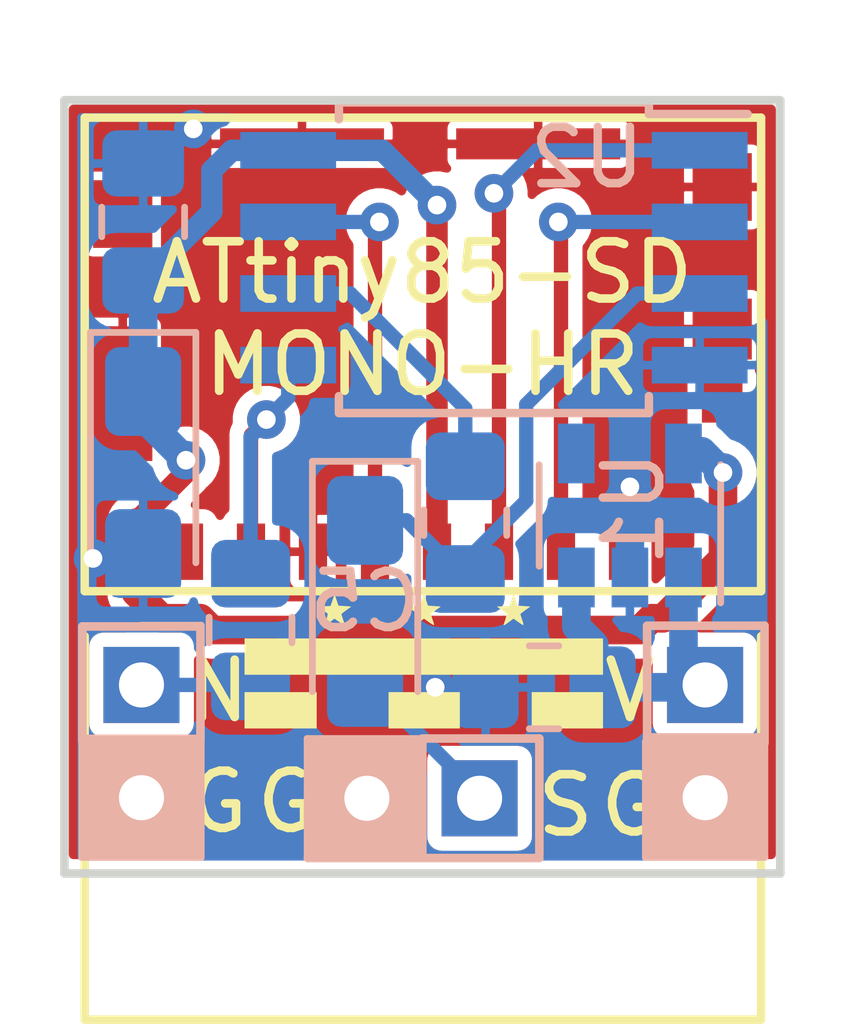
<source format=kicad_pcb>
(kicad_pcb (version 20171130) (host pcbnew 5.1.9+dfsg1-1~bpo10+1)

  (general
    (thickness 1.6)
    (drawings 27)
    (tracks 82)
    (zones 0)
    (modules 13)
    (nets 16)
  )

  (page USLetter)
  (title_block
    (title "ATtiny85 SD Audio Player Mono High Resolution")
    (date 2021-03-31)
    (rev 0)
  )

  (layers
    (0 F.Cu signal)
    (31 B.Cu signal)
    (34 B.Paste user hide)
    (35 F.Paste user hide)
    (36 B.SilkS user)
    (37 F.SilkS user)
    (38 B.Mask user hide)
    (39 F.Mask user hide)
    (40 Dwgs.User user hide)
    (44 Edge.Cuts user)
    (45 Margin user hide)
    (46 B.CrtYd user hide)
    (47 F.CrtYd user hide)
    (48 B.Fab user hide)
    (49 F.Fab user hide)
  )

  (setup
    (last_trace_width 0.254)
    (user_trace_width 0.1524)
    (user_trace_width 0.381)
    (user_trace_width 0.508)
    (user_trace_width 0.635)
    (user_trace_width 0.762)
    (user_trace_width 1.27)
    (user_trace_width 2.032)
    (trace_clearance 0.254)
    (zone_clearance 0.00254)
    (zone_45_only no)
    (trace_min 0.14986)
    (via_size 0.6858)
    (via_drill 0.3302)
    (via_min_size 0.6858)
    (via_min_drill 0.3302)
    (user_via 0.6858 0.3302)
    (user_via 0.762 0.381)
    (user_via 1.016 0.508)
    (user_via 1.27 0.635)
    (uvia_size 0.6858)
    (uvia_drill 0.3302)
    (uvias_allowed no)
    (uvia_min_size 0)
    (uvia_min_drill 0)
    (edge_width 0.1524)
    (segment_width 0.1524)
    (pcb_text_width 0.1524)
    (pcb_text_size 1.016 1.016)
    (mod_edge_width 0.1524)
    (mod_text_size 1.016 1.016)
    (mod_text_width 0.1524)
    (pad_size 1.35 1.35)
    (pad_drill 0.8)
    (pad_to_mask_clearance 0.0508)
    (solder_mask_min_width 0.1016)
    (pad_to_paste_clearance -0.0508)
    (aux_axis_origin 0 0)
    (visible_elements FFFFDF7D)
    (pcbplotparams
      (layerselection 0x310fc_80000001)
      (usegerberextensions true)
      (usegerberattributes false)
      (usegerberadvancedattributes false)
      (creategerberjobfile false)
      (excludeedgelayer true)
      (linewidth 0.100000)
      (plotframeref false)
      (viasonmask false)
      (mode 1)
      (useauxorigin false)
      (hpglpennumber 1)
      (hpglpenspeed 20)
      (hpglpendiameter 15.000000)
      (psnegative false)
      (psa4output false)
      (plotreference true)
      (plotvalue true)
      (plotinvisibletext false)
      (padsonsilk false)
      (subtractmaskfromsilk false)
      (outputformat 1)
      (mirror false)
      (drillshape 0)
      (scaleselection 1)
      (outputdirectory "gerbers"))
  )

  (net 0 "")
  (net 1 GND)
  (net 2 VBUS)
  (net 3 VCC)
  (net 4 "Net-(C5-Pad1)")
  (net 5 /CS)
  (net 6 /MOSI)
  (net 7 /SCLK)
  (net 8 /MISO)
  (net 9 /NEXT)
  (net 10 "Net-(J1-Pad1)")
  (net 11 "Net-(J1-Pad9)")
  (net 12 "Net-(J1-Pad8)")
  (net 13 "Net-(U1-Pad4)")
  (net 14 /SOUND)
  (net 15 "Net-(R2-Pad1)")

  (net_class Default "This is the default net class."
    (clearance 0.254)
    (trace_width 0.254)
    (via_dia 0.6858)
    (via_drill 0.3302)
    (uvia_dia 0.6858)
    (uvia_drill 0.3302)
    (add_net /CS)
    (add_net /MISO)
    (add_net /MOSI)
    (add_net /NEXT)
    (add_net /SCLK)
    (add_net /SOUND)
    (add_net GND)
    (add_net "Net-(C5-Pad1)")
    (add_net "Net-(J1-Pad1)")
    (add_net "Net-(J1-Pad8)")
    (add_net "Net-(J1-Pad9)")
    (add_net "Net-(R2-Pad1)")
    (add_net "Net-(U1-Pad4)")
    (add_net VBUS)
    (add_net VCC)
  )

  (module Resistor_SMD:R_0805_2012Metric_Pad1.20x1.40mm_HandSolder (layer B.Cu) (tedit 5F68FEEE) (tstamp 602C606A)
    (at 131.445 91.821 270)
    (descr "Resistor SMD 0805 (2012 Metric), square (rectangular) end terminal, IPC_7351 nominal with elongated pad for handsoldering. (Body size source: IPC-SM-782 page 72, https://www.pcb-3d.com/wordpress/wp-content/uploads/ipc-sm-782a_amendment_1_and_2.pdf), generated with kicad-footprint-generator")
    (tags "resistor handsolder")
    (path /602C3549)
    (attr smd)
    (fp_text reference R2 (at 0 1.65 90) (layer B.SilkS) hide
      (effects (font (size 1 1) (thickness 0.15)) (justify mirror))
    )
    (fp_text value 4.5K (at 0 -1.65 90) (layer B.Fab)
      (effects (font (size 1 1) (thickness 0.15)) (justify mirror))
    )
    (fp_line (start 1.85 -0.95) (end -1.85 -0.95) (layer B.CrtYd) (width 0.05))
    (fp_line (start 1.85 0.95) (end 1.85 -0.95) (layer B.CrtYd) (width 0.05))
    (fp_line (start -1.85 0.95) (end 1.85 0.95) (layer B.CrtYd) (width 0.05))
    (fp_line (start -1.85 -0.95) (end -1.85 0.95) (layer B.CrtYd) (width 0.05))
    (fp_line (start -0.227064 -0.735) (end 0.227064 -0.735) (layer B.SilkS) (width 0.12))
    (fp_line (start -0.227064 0.735) (end 0.227064 0.735) (layer B.SilkS) (width 0.12))
    (fp_line (start 1 -0.625) (end -1 -0.625) (layer B.Fab) (width 0.1))
    (fp_line (start 1 0.625) (end 1 -0.625) (layer B.Fab) (width 0.1))
    (fp_line (start -1 0.625) (end 1 0.625) (layer B.Fab) (width 0.1))
    (fp_line (start -1 -0.625) (end -1 0.625) (layer B.Fab) (width 0.1))
    (fp_text user %R (at 0 0 90) (layer B.Fab)
      (effects (font (size 0.5 0.5) (thickness 0.08)) (justify mirror))
    )
    (pad 2 smd roundrect (at 1 0 270) (size 1.2 1.4) (layers B.Cu B.Paste B.Mask) (roundrect_rratio 0.208333)
      (net 4 "Net-(C5-Pad1)"))
    (pad 1 smd roundrect (at -1 0 270) (size 1.2 1.4) (layers B.Cu B.Paste B.Mask) (roundrect_rratio 0.208333)
      (net 15 "Net-(R2-Pad1)"))
    (model ${KISYS3DMOD}/Resistor_SMD.3dshapes/R_0805_2012Metric.wrl
      (at (xyz 0 0 0))
      (scale (xyz 1 1 1))
      (rotate (xyz 0 0 0))
    )
  )

  (module Connector_PinHeader_2.00mm:PinHeader_1x02_P2.00mm_Vertical (layer B.Cu) (tedit 602C035A) (tstamp 602C6039)
    (at 131.699 96.7105 90)
    (descr "Through hole straight pin header, 1x02, 2.00mm pitch, single row")
    (tags "Through hole pin header THT 1x02 2.00mm single row")
    (path /602C5C3B)
    (fp_text reference J4 (at 0 2.06 270) (layer B.SilkS) hide
      (effects (font (size 1 1) (thickness 0.15)) (justify mirror))
    )
    (fp_text value Conn_01x02_Male (at 0 -4.06 -90) (layer B.Fab)
      (effects (font (size 1 1) (thickness 0.15)) (justify mirror))
    )
    (fp_line (start 1.5 1.5) (end -1.5 1.5) (layer B.CrtYd) (width 0.05))
    (fp_line (start 1.5 -3.5) (end 1.5 1.5) (layer B.CrtYd) (width 0.05))
    (fp_line (start -1.5 -3.5) (end 1.5 -3.5) (layer B.CrtYd) (width 0.05))
    (fp_line (start -1.5 1.5) (end -1.5 -3.5) (layer B.CrtYd) (width 0.05))
    (fp_line (start -1.06 1.06) (end 0 1.06) (layer B.SilkS) (width 0.12))
    (fp_line (start -1.06 0) (end -1.06 1.06) (layer B.SilkS) (width 0.12))
    (fp_line (start -1.06 -1) (end 1.06 -1) (layer B.SilkS) (width 0.12))
    (fp_line (start 1.06 -1) (end 1.06 -3.06) (layer B.SilkS) (width 0.12))
    (fp_line (start -1.06 -1) (end -1.06 -3.06) (layer B.SilkS) (width 0.12))
    (fp_line (start -1.06 -3.06) (end 1.06 -3.06) (layer B.SilkS) (width 0.12))
    (fp_line (start -1 0.5) (end -0.5 1) (layer B.Fab) (width 0.1))
    (fp_line (start -1 -3) (end -1 0.5) (layer B.Fab) (width 0.1))
    (fp_line (start 1 -3) (end -1 -3) (layer B.Fab) (width 0.1))
    (fp_line (start 1 1) (end 1 -3) (layer B.Fab) (width 0.1))
    (fp_line (start -0.5 1) (end 1 1) (layer B.Fab) (width 0.1))
    (fp_text user %R (at 0 -1) (layer B.Fab)
      (effects (font (size 1 1) (thickness 0.15)) (justify mirror))
    )
    (pad 2 thru_hole rect (at 0 -2 90) (size 1.35 1.35) (drill 0.8) (layers *.Cu *.Mask)
      (net 1 GND))
    (pad 1 thru_hole rect (at 0 0 90) (size 1.35 1.35) (drill 0.8) (layers *.Cu *.Mask)
      (net 14 /SOUND))
  )

  (module Package_TO_SOT_SMD:SOT-23-5 (layer B.Cu) (tedit 5A02FF57) (tstamp 602C67E4)
    (at 134.366 91.694 90)
    (descr "5-pin SOT23 package")
    (tags SOT-23-5)
    (path /602B6438)
    (attr smd)
    (fp_text reference U1 (at 0.127 0.0635 90) (layer B.SilkS)
      (effects (font (size 1 1) (thickness 0.15)) (justify mirror))
    )
    (fp_text value AP2112K-3.3 (at 0 -2.9 90) (layer B.Fab)
      (effects (font (size 1 1) (thickness 0.15)) (justify mirror))
    )
    (fp_line (start -0.9 -1.61) (end 0.9 -1.61) (layer B.SilkS) (width 0.12))
    (fp_line (start 0.9 1.61) (end -1.55 1.61) (layer B.SilkS) (width 0.12))
    (fp_line (start -1.9 1.8) (end 1.9 1.8) (layer B.CrtYd) (width 0.05))
    (fp_line (start 1.9 1.8) (end 1.9 -1.8) (layer B.CrtYd) (width 0.05))
    (fp_line (start 1.9 -1.8) (end -1.9 -1.8) (layer B.CrtYd) (width 0.05))
    (fp_line (start -1.9 -1.8) (end -1.9 1.8) (layer B.CrtYd) (width 0.05))
    (fp_line (start -0.9 0.9) (end -0.25 1.55) (layer B.Fab) (width 0.1))
    (fp_line (start 0.9 1.55) (end -0.25 1.55) (layer B.Fab) (width 0.1))
    (fp_line (start -0.9 0.9) (end -0.9 -1.55) (layer B.Fab) (width 0.1))
    (fp_line (start 0.9 -1.55) (end -0.9 -1.55) (layer B.Fab) (width 0.1))
    (fp_line (start 0.9 1.55) (end 0.9 -1.55) (layer B.Fab) (width 0.1))
    (fp_text user %R (at 0 0 180) (layer B.Fab)
      (effects (font (size 0.5 0.5) (thickness 0.075)) (justify mirror))
    )
    (pad 5 smd rect (at 1.1 0.95 90) (size 1.06 0.65) (layers B.Cu B.Paste B.Mask)
      (net 3 VCC))
    (pad 4 smd rect (at 1.1 -0.95 90) (size 1.06 0.65) (layers B.Cu B.Paste B.Mask)
      (net 13 "Net-(U1-Pad4)"))
    (pad 3 smd rect (at -1.1 -0.95 90) (size 1.06 0.65) (layers B.Cu B.Paste B.Mask)
      (net 2 VBUS))
    (pad 2 smd rect (at -1.1 0 90) (size 1.06 0.65) (layers B.Cu B.Paste B.Mask)
      (net 1 GND))
    (pad 1 smd rect (at -1.1 0.95 90) (size 1.06 0.65) (layers B.Cu B.Paste B.Mask)
      (net 2 VBUS))
    (model ${KISYS3DMOD}/Package_TO_SOT_SMD.3dshapes/SOT-23-5.wrl
      (at (xyz 0 0 0))
      (scale (xyz 1 1 1))
      (rotate (xyz 0 0 0))
    )
  )

  (module Capacitor_SMD:C_0805_2012Metric_Pad1.18x1.45mm_HandSolder (layer B.Cu) (tedit 5FF64068) (tstamp 601472ED)
    (at 132.842 94.742 180)
    (descr "Capacitor SMD 0805 (2012 Metric), square (rectangular) end terminal, IPC_7351 nominal with elongated pad for handsoldering. (Body size source: IPC-SM-782 page 76, https://www.pcb-3d.com/wordpress/wp-content/uploads/ipc-sm-782a_amendment_1_and_2.pdf, https://docs.google.com/spreadsheets/d/1BsfQQcO9C6DZCsRaXUlFlo91Tg2WpOkGARC1WS5S8t0/edit?usp=sharing), generated with kicad-footprint-generator")
    (tags "capacitor handsolder")
    (path /5FF6755D)
    (attr smd)
    (fp_text reference C1 (at -0.127 0 270) (layer B.SilkS) hide
      (effects (font (size 1 1) (thickness 0.15)) (justify mirror))
    )
    (fp_text value 100nF (at 0 -1.68 180) (layer B.Fab)
      (effects (font (size 1 1) (thickness 0.15)) (justify mirror))
    )
    (fp_line (start -1 -0.625) (end -1 0.625) (layer B.Fab) (width 0.1))
    (fp_line (start -1 0.625) (end 1 0.625) (layer B.Fab) (width 0.1))
    (fp_line (start 1 0.625) (end 1 -0.625) (layer B.Fab) (width 0.1))
    (fp_line (start 1 -0.625) (end -1 -0.625) (layer B.Fab) (width 0.1))
    (fp_line (start -0.261252 0.735) (end 0.261252 0.735) (layer B.SilkS) (width 0.12))
    (fp_line (start -0.261252 -0.735) (end 0.261252 -0.735) (layer B.SilkS) (width 0.12))
    (fp_line (start -1.88 -0.98) (end -1.88 0.98) (layer B.CrtYd) (width 0.05))
    (fp_line (start -1.88 0.98) (end 1.88 0.98) (layer B.CrtYd) (width 0.05))
    (fp_line (start 1.88 0.98) (end 1.88 -0.98) (layer B.CrtYd) (width 0.05))
    (fp_line (start 1.88 -0.98) (end -1.88 -0.98) (layer B.CrtYd) (width 0.05))
    (fp_text user %R (at 0 0 180) (layer B.Fab)
      (effects (font (size 0.5 0.5) (thickness 0.08)) (justify mirror))
    )
    (pad 2 smd roundrect (at 1.0375 0 180) (size 1.175 1.45) (layers B.Cu B.Paste B.Mask) (roundrect_rratio 0.212766)
      (net 1 GND))
    (pad 1 smd roundrect (at -1.0375 0 180) (size 1.175 1.45) (layers B.Cu B.Paste B.Mask) (roundrect_rratio 0.212766)
      (net 2 VBUS))
    (model ${KISYS3DMOD}/Capacitor_SMD.3dshapes/C_0805_2012Metric.wrl
      (at (xyz 0 0 0))
      (scale (xyz 1 1 1))
      (rotate (xyz 0 0 0))
    )
  )

  (module Capacitor_Tantalum_SMD:CP_EIA-3216-10_Kemet-I_Pad1.58x1.35mm_HandSolder (layer B.Cu) (tedit 5FF6407A) (tstamp 60147300)
    (at 125.73 90.932 270)
    (descr "Tantalum Capacitor SMD Kemet-I (3216-10 Metric), IPC_7351 nominal, (Body size from: http://www.kemet.com/Lists/ProductCatalog/Attachments/253/KEM_TC101_STD.pdf), generated with kicad-footprint-generator")
    (tags "capacitor tantalum")
    (path /5FF5F73A)
    (attr smd)
    (fp_text reference C2 (at 0 0) (layer B.SilkS) hide
      (effects (font (size 1 1) (thickness 0.15)) (justify mirror))
    )
    (fp_text value 150uF (at 0 -1.75 270) (layer B.Fab)
      (effects (font (size 1 1) (thickness 0.15)) (justify mirror))
    )
    (fp_line (start 2.48 -1.05) (end -2.48 -1.05) (layer B.CrtYd) (width 0.05))
    (fp_line (start 2.48 1.05) (end 2.48 -1.05) (layer B.CrtYd) (width 0.05))
    (fp_line (start -2.48 1.05) (end 2.48 1.05) (layer B.CrtYd) (width 0.05))
    (fp_line (start -2.48 -1.05) (end -2.48 1.05) (layer B.CrtYd) (width 0.05))
    (fp_line (start -2.485 -0.935) (end 1.6 -0.935) (layer B.SilkS) (width 0.12))
    (fp_line (start -2.485 0.935) (end -2.485 -0.935) (layer B.SilkS) (width 0.12))
    (fp_line (start 1.6 0.935) (end -2.485 0.935) (layer B.SilkS) (width 0.12))
    (fp_line (start 1.6 -0.8) (end 1.6 0.8) (layer B.Fab) (width 0.1))
    (fp_line (start -1.6 -0.8) (end 1.6 -0.8) (layer B.Fab) (width 0.1))
    (fp_line (start -1.6 0.4) (end -1.6 -0.8) (layer B.Fab) (width 0.1))
    (fp_line (start -1.2 0.8) (end -1.6 0.4) (layer B.Fab) (width 0.1))
    (fp_line (start 1.6 0.8) (end -1.2 0.8) (layer B.Fab) (width 0.1))
    (fp_text user %R (at 0 0 270) (layer B.Fab)
      (effects (font (size 0.8 0.8) (thickness 0.12)) (justify mirror))
    )
    (pad 1 smd roundrect (at -1.4375 0 270) (size 1.575 1.35) (layers B.Cu B.Paste B.Mask) (roundrect_rratio 0.185185)
      (net 3 VCC))
    (pad 2 smd roundrect (at 1.4375 0 270) (size 1.575 1.35) (layers B.Cu B.Paste B.Mask) (roundrect_rratio 0.185185)
      (net 1 GND))
    (model ${KISYS3DMOD}/Capacitor_Tantalum_SMD.3dshapes/CP_EIA-3216-10_Kemet-I.wrl
      (at (xyz 0 0 0))
      (scale (xyz 1 1 1))
      (rotate (xyz 0 0 0))
    )
  )

  (module Capacitor_SMD:C_0805_2012Metric_Pad1.18x1.45mm_HandSolder (layer B.Cu) (tedit 5FF64085) (tstamp 60147311)
    (at 125.73 86.487 90)
    (descr "Capacitor SMD 0805 (2012 Metric), square (rectangular) end terminal, IPC_7351 nominal with elongated pad for handsoldering. (Body size source: IPC-SM-782 page 76, https://www.pcb-3d.com/wordpress/wp-content/uploads/ipc-sm-782a_amendment_1_and_2.pdf, https://docs.google.com/spreadsheets/d/1BsfQQcO9C6DZCsRaXUlFlo91Tg2WpOkGARC1WS5S8t0/edit?usp=sharing), generated with kicad-footprint-generator")
    (tags "capacitor handsolder")
    (path /5FF5F636)
    (attr smd)
    (fp_text reference C3 (at 0 0.127 180) (layer B.SilkS) hide
      (effects (font (size 1 1) (thickness 0.15)) (justify mirror))
    )
    (fp_text value 100nF (at 0 -1.68 90) (layer B.Fab)
      (effects (font (size 1 1) (thickness 0.15)) (justify mirror))
    )
    (fp_line (start 1.88 -0.98) (end -1.88 -0.98) (layer B.CrtYd) (width 0.05))
    (fp_line (start 1.88 0.98) (end 1.88 -0.98) (layer B.CrtYd) (width 0.05))
    (fp_line (start -1.88 0.98) (end 1.88 0.98) (layer B.CrtYd) (width 0.05))
    (fp_line (start -1.88 -0.98) (end -1.88 0.98) (layer B.CrtYd) (width 0.05))
    (fp_line (start -0.261252 -0.735) (end 0.261252 -0.735) (layer B.SilkS) (width 0.12))
    (fp_line (start -0.261252 0.735) (end 0.261252 0.735) (layer B.SilkS) (width 0.12))
    (fp_line (start 1 -0.625) (end -1 -0.625) (layer B.Fab) (width 0.1))
    (fp_line (start 1 0.625) (end 1 -0.625) (layer B.Fab) (width 0.1))
    (fp_line (start -1 0.625) (end 1 0.625) (layer B.Fab) (width 0.1))
    (fp_line (start -1 -0.625) (end -1 0.625) (layer B.Fab) (width 0.1))
    (fp_text user %R (at 0 0 90) (layer B.Fab)
      (effects (font (size 0.5 0.5) (thickness 0.08)) (justify mirror))
    )
    (pad 1 smd roundrect (at -1.0375 0 90) (size 1.175 1.45) (layers B.Cu B.Paste B.Mask) (roundrect_rratio 0.212766)
      (net 3 VCC))
    (pad 2 smd roundrect (at 1.0375 0 90) (size 1.175 1.45) (layers B.Cu B.Paste B.Mask) (roundrect_rratio 0.212766)
      (net 1 GND))
    (model ${KISYS3DMOD}/Capacitor_SMD.3dshapes/C_0805_2012Metric.wrl
      (at (xyz 0 0 0))
      (scale (xyz 1 1 1))
      (rotate (xyz 0 0 0))
    )
  )

  (module Capacitor_Tantalum_SMD:CP_EIA-3216-10_Kemet-I_Pad1.58x1.35mm_HandSolder (layer B.Cu) (tedit 5EBA9318) (tstamp 60147337)
    (at 129.667 93.218 270)
    (descr "Tantalum Capacitor SMD Kemet-I (3216-10 Metric), IPC_7351 nominal, (Body size from: http://www.kemet.com/Lists/ProductCatalog/Attachments/253/KEM_TC101_STD.pdf), generated with kicad-footprint-generator")
    (tags "capacitor tantalum")
    (path /5FF5F183)
    (attr smd)
    (fp_text reference C5 (at 0 0 180) (layer B.SilkS)
      (effects (font (size 1 1) (thickness 0.15)) (justify mirror))
    )
    (fp_text value 100uF (at 0 -1.75 270) (layer B.Fab)
      (effects (font (size 1 1) (thickness 0.15)) (justify mirror))
    )
    (fp_line (start 2.48 -1.05) (end -2.48 -1.05) (layer B.CrtYd) (width 0.05))
    (fp_line (start 2.48 1.05) (end 2.48 -1.05) (layer B.CrtYd) (width 0.05))
    (fp_line (start -2.48 1.05) (end 2.48 1.05) (layer B.CrtYd) (width 0.05))
    (fp_line (start -2.48 -1.05) (end -2.48 1.05) (layer B.CrtYd) (width 0.05))
    (fp_line (start -2.485 -0.935) (end 1.6 -0.935) (layer B.SilkS) (width 0.12))
    (fp_line (start -2.485 0.935) (end -2.485 -0.935) (layer B.SilkS) (width 0.12))
    (fp_line (start 1.6 0.935) (end -2.485 0.935) (layer B.SilkS) (width 0.12))
    (fp_line (start 1.6 -0.8) (end 1.6 0.8) (layer B.Fab) (width 0.1))
    (fp_line (start -1.6 -0.8) (end 1.6 -0.8) (layer B.Fab) (width 0.1))
    (fp_line (start -1.6 0.4) (end -1.6 -0.8) (layer B.Fab) (width 0.1))
    (fp_line (start -1.2 0.8) (end -1.6 0.4) (layer B.Fab) (width 0.1))
    (fp_line (start 1.6 0.8) (end -1.2 0.8) (layer B.Fab) (width 0.1))
    (fp_text user %R (at 0 0 270) (layer B.Fab)
      (effects (font (size 0.8 0.8) (thickness 0.12)) (justify mirror))
    )
    (pad 1 smd roundrect (at -1.4375 0 270) (size 1.575 1.35) (layers B.Cu B.Paste B.Mask) (roundrect_rratio 0.185185)
      (net 4 "Net-(C5-Pad1)"))
    (pad 2 smd roundrect (at 1.4375 0 270) (size 1.575 1.35) (layers B.Cu B.Paste B.Mask) (roundrect_rratio 0.185185)
      (net 14 /SOUND))
    (model ${KISYS3DMOD}/Capacitor_Tantalum_SMD.3dshapes/CP_EIA-3216-10_Kemet-I.wrl
      (at (xyz 0 0 0))
      (scale (xyz 1 1 1))
      (rotate (xyz 0 0 0))
    )
  )

  (module User_PCB_Libraries:Molex_1051620001_KiCad (layer F.Cu) (tedit 5FF64046) (tstamp 60147357)
    (at 134.493 92.837)
    (path /5FF6D7B5)
    (fp_text reference J1 (at -0.127 -1.651) (layer F.SilkS) hide
      (effects (font (size 1 1) (thickness 0.15)))
    )
    (fp_text value Micro_SD_Card_Det (at -3.8 12.8) (layer F.Fab)
      (effects (font (size 1 1) (thickness 0.15)))
    )
    (fp_poly (pts (xy -8.4 -2.4) (xy -8.4 -6.2) (xy 0.2 -6.2) (xy 0.2 -2.4)) (layer Dwgs.User) (width 0.05))
    (fp_line (start 2.2 7.8) (end -9.8 7.8) (layer F.SilkS) (width 0.15))
    (fp_line (start -9.8 1) (end -9.8 7.8) (layer F.SilkS) (width 0.15))
    (fp_line (start 2.2 1) (end 2.2 7.8) (layer F.SilkS) (width 0.15))
    (fp_line (start 2.2 -8.2) (end 2.2 0.2) (layer F.SilkS) (width 0.15))
    (fp_line (start -9.8 -8.2) (end 2.2 -8.2) (layer F.SilkS) (width 0.15))
    (fp_line (start -9.8 0.2) (end -9.8 -8.2) (layer F.SilkS) (width 0.15))
    (fp_line (start 2.2 0.2) (end -9.8 0.2) (layer F.SilkS) (width 0.15))
    (fp_line (start -9.45 -0.2) (end 1.85 -0.2) (layer F.CrtYd) (width 0.05))
    (fp_line (start -9.45 -7.8) (end -9.45 -0.2) (layer F.CrtYd) (width 0.05))
    (fp_line (start 1.85 -7.8) (end -9.45 -7.8) (layer F.CrtYd) (width 0.05))
    (fp_line (start 1.85 -0.2) (end 1.85 -7.8) (layer F.CrtYd) (width 0.05))
    (fp_text user KEEPOUT (at -4 -6.6) (layer Dwgs.User)
      (effects (font (size 0.5 0.5) (thickness 0.075)))
    )
    (pad 1 smd rect (at -0.25 -0.5) (size 0.5 1) (layers F.Cu F.Paste F.Mask)
      (net 10 "Net-(J1-Pad1)") (solder_mask_margin 0.1016))
    (pad 9 smd rect (at 1.51 -3.18) (size 0.72 0.78) (layers F.Cu F.Paste F.Mask)
      (net 11 "Net-(J1-Pad9)") (solder_mask_margin 0.1016))
    (pad 2 smd rect (at -1.35 -0.5) (size 0.5 1) (layers F.Cu F.Paste F.Mask)
      (net 5 /CS) (solder_mask_margin 0.1016))
    (pad 3 smd rect (at -2.45 -0.5) (size 0.5 1) (layers F.Cu F.Paste F.Mask)
      (net 6 /MOSI) (solder_mask_margin 0.1016))
    (pad 4 smd rect (at -3.55 -0.5) (size 0.5 1) (layers F.Cu F.Paste F.Mask)
      (net 3 VCC) (solder_mask_margin 0.1016))
    (pad 5 smd rect (at -4.65 -0.5) (size 0.5 1) (layers F.Cu F.Paste F.Mask)
      (net 7 /SCLK) (solder_mask_margin 0.1016))
    (pad 6 smd rect (at -5.75 -0.5) (size 0.5 1) (layers F.Cu F.Paste F.Mask)
      (net 1 GND) (solder_mask_margin 0.1016))
    (pad 7 smd rect (at -6.85 -0.5) (size 0.5 1) (layers F.Cu F.Paste F.Mask)
      (net 8 /MISO) (solder_mask_margin 0.1016))
    (pad 8 smd rect (at -7.95 -0.5) (size 0.5 1) (layers F.Cu F.Paste F.Mask)
      (net 12 "Net-(J1-Pad8)") (solder_mask_margin 0.1016))
    (pad 10 smd rect (at 1.51 -4.45) (size 1.05 1.08) (layers F.Cu F.Paste F.Mask)
      (net 1 GND) (solder_mask_margin 0.1016))
    (pad 10 smd rect (at 1.51 -6.97) (size 1.05 1.2) (layers F.Cu F.Paste F.Mask)
      (net 1 GND) (solder_mask_margin 0.1016))
    (pad 10 smd rect (at -9.125 -6.49) (size 1.05 1.2) (layers F.Cu F.Paste F.Mask)
      (net 1 GND) (solder_mask_margin 0.1016))
    (pad 10 smd rect (at -9.125 -3.305) (size 1.05 2.39) (layers F.Cu F.Paste F.Mask)
      (net 1 GND) (solder_mask_margin 0.1016))
    (pad 11 smd rect (at -1.755 -7.735) (size 2.91 0.55) (layers F.Cu F.Paste F.Mask)
      (net 1 GND) (solder_mask_margin 0.1016))
    (pad 11 smd rect (at -5.945 -7.735) (size 2.91 0.55) (layers F.Cu F.Paste F.Mask)
      (net 1 GND) (solder_mask_margin 0.1016))
    (model /home/user/kicad/libraries/User_3Dshapes/1051620001.step
      (offset (xyz -3.8 4.6 0.25))
      (scale (xyz 1 1 1))
      (rotate (xyz -90 0 0))
    )
    (model "/home/user/kicad/libraries/User_3Dshapes/User Library-Micro SD Card.step"
      (offset (xyz 2.108199968338013 -7.49299988746643 1.295399980545044))
      (scale (xyz 1 1 1))
      (rotate (xyz -90 180 0))
    )
  )

  (module Connector_PinHeader_2.00mm:PinHeader_1x02_P2.00mm_Vertical (layer B.Cu) (tedit 5FF64333) (tstamp 6014736D)
    (at 135.7 94.7 180)
    (descr "Through hole straight pin header, 1x02, 2.00mm pitch, single row")
    (tags "Through hole pin header THT 1x02 2.00mm single row")
    (path /5FF629A0)
    (fp_text reference J2 (at -1.968 -0.042 270) (layer B.SilkS) hide
      (effects (font (size 1 1) (thickness 0.15)) (justify mirror))
    )
    (fp_text value Conn_01x02_Male (at 0 -4.06 180) (layer B.Fab)
      (effects (font (size 1 1) (thickness 0.15)) (justify mirror))
    )
    (fp_line (start -0.5 1) (end 1 1) (layer B.Fab) (width 0.1))
    (fp_line (start 1 1) (end 1 -3) (layer B.Fab) (width 0.1))
    (fp_line (start 1 -3) (end -1 -3) (layer B.Fab) (width 0.1))
    (fp_line (start -1 -3) (end -1 0.5) (layer B.Fab) (width 0.1))
    (fp_line (start -1 0.5) (end -0.5 1) (layer B.Fab) (width 0.1))
    (fp_line (start -1.06 -3.06) (end 1.06 -3.06) (layer B.SilkS) (width 0.12))
    (fp_line (start -1.06 -1) (end -1.06 -3.06) (layer B.SilkS) (width 0.12))
    (fp_line (start 1.06 -1) (end 1.06 -3.06) (layer B.SilkS) (width 0.12))
    (fp_line (start -1.06 -1) (end 1.06 -1) (layer B.SilkS) (width 0.12))
    (fp_line (start -1.06 0) (end -1.06 1.06) (layer B.SilkS) (width 0.12))
    (fp_line (start -1.06 1.06) (end 0 1.06) (layer B.SilkS) (width 0.12))
    (fp_line (start -1.5 1.5) (end -1.5 -3.5) (layer B.CrtYd) (width 0.05))
    (fp_line (start -1.5 -3.5) (end 1.5 -3.5) (layer B.CrtYd) (width 0.05))
    (fp_line (start 1.5 -3.5) (end 1.5 1.5) (layer B.CrtYd) (width 0.05))
    (fp_line (start 1.5 1.5) (end -1.5 1.5) (layer B.CrtYd) (width 0.05))
    (fp_text user %R (at 0 -1 90) (layer B.Fab)
      (effects (font (size 1 1) (thickness 0.15)) (justify mirror))
    )
    (pad 2 thru_hole rect (at 0 -2 180) (size 1.35 1.35) (drill 0.8) (layers *.Cu *.Mask)
      (net 1 GND))
    (pad 1 thru_hole rect (at 0 0 180) (size 1.35 1.35) (drill 0.8) (layers *.Cu *.Mask)
      (net 2 VBUS))
  )

  (module Connector_PinHeader_2.00mm:PinHeader_1x02_P2.00mm_Vertical (layer B.Cu) (tedit 5FF64349) (tstamp 60147383)
    (at 125.7 94.7 180)
    (descr "Through hole straight pin header, 1x02, 2.00mm pitch, single row")
    (tags "Through hole pin header THT 1x02 2.00mm single row")
    (path /5FF6101B)
    (fp_text reference J3 (at 2.129 -0.042 180) (layer B.SilkS) hide
      (effects (font (size 1 1) (thickness 0.15)) (justify mirror))
    )
    (fp_text value Conn_01x02_Male (at 0 -4.06 180) (layer B.Fab)
      (effects (font (size 1 1) (thickness 0.15)) (justify mirror))
    )
    (fp_line (start 1.5 1.5) (end -1.5 1.5) (layer B.CrtYd) (width 0.05))
    (fp_line (start 1.5 -3.5) (end 1.5 1.5) (layer B.CrtYd) (width 0.05))
    (fp_line (start -1.5 -3.5) (end 1.5 -3.5) (layer B.CrtYd) (width 0.05))
    (fp_line (start -1.5 1.5) (end -1.5 -3.5) (layer B.CrtYd) (width 0.05))
    (fp_line (start -1.06 1.06) (end 0 1.06) (layer B.SilkS) (width 0.12))
    (fp_line (start -1.06 0) (end -1.06 1.06) (layer B.SilkS) (width 0.12))
    (fp_line (start -1.06 -1) (end 1.06 -1) (layer B.SilkS) (width 0.12))
    (fp_line (start 1.06 -1) (end 1.06 -3.06) (layer B.SilkS) (width 0.12))
    (fp_line (start -1.06 -1) (end -1.06 -3.06) (layer B.SilkS) (width 0.12))
    (fp_line (start -1.06 -3.06) (end 1.06 -3.06) (layer B.SilkS) (width 0.12))
    (fp_line (start -1 0.5) (end -0.5 1) (layer B.Fab) (width 0.1))
    (fp_line (start -1 -3) (end -1 0.5) (layer B.Fab) (width 0.1))
    (fp_line (start 1 -3) (end -1 -3) (layer B.Fab) (width 0.1))
    (fp_line (start 1 1) (end 1 -3) (layer B.Fab) (width 0.1))
    (fp_line (start -0.5 1) (end 1 1) (layer B.Fab) (width 0.1))
    (fp_text user %R (at 0 -1 90) (layer B.Fab)
      (effects (font (size 1 1) (thickness 0.15)) (justify mirror))
    )
    (pad 1 thru_hole rect (at 0 0 180) (size 1.35 1.35) (drill 0.8) (layers *.Cu *.Mask)
      (net 9 /NEXT))
    (pad 2 thru_hole rect (at 0 -2 180) (size 1.35 1.35) (drill 0.8) (layers *.Cu *.Mask)
      (net 1 GND))
  )

  (module Resistor_SMD:R_0805_2012Metric_Pad1.20x1.40mm_HandSolder (layer B.Cu) (tedit 5FF64098) (tstamp 601473AC)
    (at 127.635 93.726 90)
    (descr "Resistor SMD 0805 (2012 Metric), square (rectangular) end terminal, IPC_7351 nominal with elongated pad for handsoldering. (Body size source: IPC-SM-782 page 72, https://www.pcb-3d.com/wordpress/wp-content/uploads/ipc-sm-782a_amendment_1_and_2.pdf), generated with kicad-footprint-generator")
    (tags "resistor handsolder")
    (path /5FF5F25D)
    (attr smd)
    (fp_text reference R1 (at 0 0 180) (layer B.SilkS) hide
      (effects (font (size 1 1) (thickness 0.15)) (justify mirror))
    )
    (fp_text value 4.7K (at 0 -1.65 90) (layer B.Fab)
      (effects (font (size 1 1) (thickness 0.15)) (justify mirror))
    )
    (fp_line (start 1.85 -0.95) (end -1.85 -0.95) (layer B.CrtYd) (width 0.05))
    (fp_line (start 1.85 0.95) (end 1.85 -0.95) (layer B.CrtYd) (width 0.05))
    (fp_line (start -1.85 0.95) (end 1.85 0.95) (layer B.CrtYd) (width 0.05))
    (fp_line (start -1.85 -0.95) (end -1.85 0.95) (layer B.CrtYd) (width 0.05))
    (fp_line (start -0.227064 -0.735) (end 0.227064 -0.735) (layer B.SilkS) (width 0.12))
    (fp_line (start -0.227064 0.735) (end 0.227064 0.735) (layer B.SilkS) (width 0.12))
    (fp_line (start 1 -0.625) (end -1 -0.625) (layer B.Fab) (width 0.1))
    (fp_line (start 1 0.625) (end 1 -0.625) (layer B.Fab) (width 0.1))
    (fp_line (start -1 0.625) (end 1 0.625) (layer B.Fab) (width 0.1))
    (fp_line (start -1 -0.625) (end -1 0.625) (layer B.Fab) (width 0.1))
    (fp_text user %R (at 0 0 90) (layer B.Fab)
      (effects (font (size 0.5 0.5) (thickness 0.08)) (justify mirror))
    )
    (pad 1 smd roundrect (at -1 0 90) (size 1.2 1.4) (layers B.Cu B.Paste B.Mask) (roundrect_rratio 0.208333)
      (net 9 /NEXT))
    (pad 2 smd roundrect (at 1 0 90) (size 1.2 1.4) (layers B.Cu B.Paste B.Mask) (roundrect_rratio 0.208333)
      (net 8 /MISO))
    (model ${KISYS3DMOD}/Resistor_SMD.3dshapes/R_0805_2012Metric.wrl
      (at (xyz 0 0 0))
      (scale (xyz 1 1 1))
      (rotate (xyz 0 0 0))
    )
  )

  (module Package_SO:SOIC-8W_5.3x5.3mm_P1.27mm (layer B.Cu) (tedit 5A02F2D3) (tstamp 601473E0)
    (at 131.953 87.122 180)
    (descr "8-Lead Plastic Small Outline (SM) - 5.28 mm Body [SOIC] (http://ww1.microchip.com/downloads/en/PackagingSpec/00000049BQ.pdf)")
    (tags "SOIC 1.27")
    (path /5FF73163)
    (attr smd)
    (fp_text reference U2 (at -1.651 1.778 180) (layer B.SilkS)
      (effects (font (size 1 1) (thickness 0.15)) (justify mirror))
    )
    (fp_text value ATtiny85-20SU (at 0 -3.68 180) (layer B.Fab)
      (effects (font (size 1 1) (thickness 0.15)) (justify mirror))
    )
    (fp_line (start -2.75 2.55) (end -4.5 2.55) (layer B.SilkS) (width 0.15))
    (fp_line (start -2.75 -2.755) (end 2.75 -2.755) (layer B.SilkS) (width 0.15))
    (fp_line (start -2.75 2.755) (end 2.75 2.755) (layer B.SilkS) (width 0.15))
    (fp_line (start -2.75 -2.755) (end -2.75 -2.455) (layer B.SilkS) (width 0.15))
    (fp_line (start 2.75 -2.755) (end 2.75 -2.455) (layer B.SilkS) (width 0.15))
    (fp_line (start 2.75 2.755) (end 2.75 2.455) (layer B.SilkS) (width 0.15))
    (fp_line (start -2.75 2.755) (end -2.75 2.55) (layer B.SilkS) (width 0.15))
    (fp_line (start -4.75 -2.95) (end 4.75 -2.95) (layer B.CrtYd) (width 0.05))
    (fp_line (start -4.75 2.95) (end 4.75 2.95) (layer B.CrtYd) (width 0.05))
    (fp_line (start 4.75 2.95) (end 4.75 -2.95) (layer B.CrtYd) (width 0.05))
    (fp_line (start -4.75 2.95) (end -4.75 -2.95) (layer B.CrtYd) (width 0.05))
    (fp_line (start -2.65 1.65) (end -1.65 2.65) (layer B.Fab) (width 0.15))
    (fp_line (start -2.65 -2.65) (end -2.65 1.65) (layer B.Fab) (width 0.15))
    (fp_line (start 2.65 -2.65) (end -2.65 -2.65) (layer B.Fab) (width 0.15))
    (fp_line (start 2.65 2.65) (end 2.65 -2.65) (layer B.Fab) (width 0.15))
    (fp_line (start -1.65 2.65) (end 2.65 2.65) (layer B.Fab) (width 0.15))
    (fp_text user %R (at 0 0 180) (layer B.Fab)
      (effects (font (size 1 1) (thickness 0.15)) (justify mirror))
    )
    (pad 1 smd rect (at -3.65 1.905 180) (size 1.7 0.65) (layers B.Cu B.Paste B.Mask)
      (net 6 /MOSI))
    (pad 2 smd rect (at -3.65 0.635 180) (size 1.7 0.65) (layers B.Cu B.Paste B.Mask)
      (net 5 /CS))
    (pad 3 smd rect (at -3.65 -0.635 180) (size 1.7 0.65) (layers B.Cu B.Paste B.Mask)
      (net 4 "Net-(C5-Pad1)"))
    (pad 4 smd rect (at -3.65 -1.905 180) (size 1.7 0.65) (layers B.Cu B.Paste B.Mask)
      (net 1 GND))
    (pad 5 smd rect (at 3.65 -1.905 180) (size 1.7 0.65) (layers B.Cu B.Paste B.Mask)
      (net 8 /MISO))
    (pad 6 smd rect (at 3.65 -0.635 180) (size 1.7 0.65) (layers B.Cu B.Paste B.Mask)
      (net 15 "Net-(R2-Pad1)"))
    (pad 7 smd rect (at 3.65 0.635 180) (size 1.7 0.65) (layers B.Cu B.Paste B.Mask)
      (net 7 /SCLK))
    (pad 8 smd rect (at 3.65 1.905 180) (size 1.7 0.65) (layers B.Cu B.Paste B.Mask)
      (net 3 VCC))
    (model ${KISYS3DMOD}/Package_SO.3dshapes/SO-8_5.3x6.2mm_P1.27mm.step
      (at (xyz 0 0 0))
      (scale (xyz 1 1 1))
      (rotate (xyz 0 0 0))
    )
  )

  (module User_PCB_Libraries:DCelectronics_logo3 (layer F.Cu) (tedit 0) (tstamp 602297E2)
    (at 130.7084 94.6658)
    (fp_text reference G*** (at 0 0) (layer F.SilkS) hide
      (effects (font (size 1.524 1.524) (thickness 0.3)))
    )
    (fp_text value LOGO (at 0.75 0) (layer F.SilkS) hide
      (effects (font (size 1.524 1.524) (thickness 0.3)))
    )
    (fp_poly (pts (xy -1.905 0.801309) (xy -3.175 0.801309) (xy -3.175 0.166309) (xy -1.905 0.166309)
      (xy -1.905 0.801309)) (layer F.SilkS) (width 0.01))
    (fp_poly (pts (xy 0.635 0.801309) (xy -0.619881 0.801309) (xy -0.619881 0.166309) (xy 0.635 0.166309)
      (xy 0.635 0.801309)) (layer F.SilkS) (width 0.01))
    (fp_poly (pts (xy 3.175 0.801309) (xy 1.920119 0.801309) (xy 1.920119 0.166309) (xy 3.175 0.166309)
      (xy 3.175 0.801309)) (layer F.SilkS) (width 0.01))
    (fp_poly (pts (xy 3.175 -0.151191) (xy -3.175 -0.151191) (xy -3.175 -0.786191) (xy 3.175 -0.786191)
      (xy 3.175 -0.151191)) (layer F.SilkS) (width 0.01))
    (fp_poly (pts (xy -1.517032 -1.368274) (xy -1.406879 -1.360715) (xy -1.296726 -1.353155) (xy -1.381311 -1.292679)
      (xy -1.423596 -1.261271) (xy -1.454033 -1.236423) (xy -1.466206 -1.223381) (xy -1.466222 -1.22323)
      (xy -1.461831 -1.205246) (xy -1.450084 -1.167509) (xy -1.436271 -1.126256) (xy -1.421184 -1.079438)
      (xy -1.412203 -1.045605) (xy -1.411097 -1.03315) (xy -1.424914 -1.038669) (xy -1.456325 -1.058022)
      (xy -1.498614 -1.087063) (xy -1.499888 -1.087974) (xy -1.583576 -1.147902) (xy -1.663864 -1.087999)
      (xy -1.711798 -1.052814) (xy -1.73988 -1.03432) (xy -1.752107 -1.030616) (xy -1.752473 -1.039802)
      (xy -1.75007 -1.046995) (xy -1.723376 -1.124367) (xy -1.706447 -1.184531) (xy -1.700183 -1.223789)
      (xy -1.703596 -1.237755) (xy -1.722693 -1.251127) (xy -1.758006 -1.276) (xy -1.792334 -1.300239)
      (xy -1.867203 -1.353155) (xy -1.758609 -1.357577) (xy -1.650015 -1.361998) (xy -1.616266 -1.46341)
      (xy -1.582518 -1.564822) (xy -1.517032 -1.368274)) (layer F.SilkS) (width 0.01))
    (fp_poly (pts (xy 0.070468 -1.368274) (xy 0.180621 -1.360715) (xy 0.290774 -1.353155) (xy 0.206189 -1.292679)
      (xy 0.163904 -1.261271) (xy 0.133467 -1.236423) (xy 0.121294 -1.223381) (xy 0.121278 -1.22323)
      (xy 0.125669 -1.205246) (xy 0.137416 -1.167509) (xy 0.151229 -1.126256) (xy 0.166316 -1.079438)
      (xy 0.175297 -1.045605) (xy 0.176403 -1.03315) (xy 0.162586 -1.038669) (xy 0.131175 -1.058022)
      (xy 0.088886 -1.087063) (xy 0.087612 -1.087974) (xy 0.003924 -1.147902) (xy -0.076364 -1.087999)
      (xy -0.124298 -1.052814) (xy -0.15238 -1.03432) (xy -0.164607 -1.030616) (xy -0.164973 -1.039802)
      (xy -0.16257 -1.046995) (xy -0.135876 -1.124367) (xy -0.118947 -1.184531) (xy -0.112683 -1.223789)
      (xy -0.116096 -1.237755) (xy -0.135193 -1.251127) (xy -0.170506 -1.276) (xy -0.204834 -1.300239)
      (xy -0.279703 -1.353155) (xy -0.171109 -1.357577) (xy -0.062515 -1.361998) (xy -0.028766 -1.46341)
      (xy 0.004982 -1.564822) (xy 0.070468 -1.368274)) (layer F.SilkS) (width 0.01))
    (fp_poly (pts (xy 1.657968 -1.368274) (xy 1.768121 -1.360715) (xy 1.878274 -1.353155) (xy 1.793689 -1.292679)
      (xy 1.751404 -1.261271) (xy 1.720967 -1.236423) (xy 1.708794 -1.223381) (xy 1.708778 -1.22323)
      (xy 1.713169 -1.205246) (xy 1.724916 -1.167509) (xy 1.738729 -1.126256) (xy 1.753816 -1.079438)
      (xy 1.762797 -1.045605) (xy 1.763903 -1.03315) (xy 1.750086 -1.038669) (xy 1.718675 -1.058022)
      (xy 1.676386 -1.087063) (xy 1.675112 -1.087974) (xy 1.591424 -1.147902) (xy 1.511136 -1.087999)
      (xy 1.463202 -1.052814) (xy 1.43512 -1.03432) (xy 1.422893 -1.030616) (xy 1.422527 -1.039802)
      (xy 1.42493 -1.046995) (xy 1.451624 -1.124367) (xy 1.468553 -1.184531) (xy 1.474817 -1.223789)
      (xy 1.471404 -1.237755) (xy 1.452307 -1.251127) (xy 1.416994 -1.276) (xy 1.382666 -1.300239)
      (xy 1.307797 -1.353155) (xy 1.416391 -1.357577) (xy 1.524985 -1.361998) (xy 1.558734 -1.46341)
      (xy 1.592482 -1.564822) (xy 1.657968 -1.368274)) (layer F.SilkS) (width 0.01))
  )

  (gr_text "ATtiny85-SD\nMONO-HR" (at 130.683 88.2015) (layer F.SilkS)
    (effects (font (size 1.016 1.016) (thickness 0.1524)))
  )
  (gr_text G (at 128.27 96.774) (layer F.SilkS) (tstamp 602C6E7C)
    (effects (font (size 1.016 1.016) (thickness 0.1524)))
  )
  (gr_line (start 135.6995 96.7105) (end 125.6665 96.7105) (layer Dwgs.User) (width 0.1524))
  (gr_line (start 132.759 95.6505) (end 132.759 97.707) (layer B.SilkS) (width 0.1524) (tstamp 602C6A52))
  (gr_line (start 126.6444 95.6564) (end 124.6632 95.6564) (layer B.SilkS) (width 0.1524))
  (gr_line (start 134.6708 95.631) (end 136.7282 95.631) (layer B.SilkS) (width 0.1524))
  (gr_line (start 134.6708 93.6498) (end 134.6708 95.631) (layer B.SilkS) (width 0.1524))
  (gr_line (start 136.7536 93.6498) (end 134.6708 93.6498) (layer B.SilkS) (width 0.1524))
  (gr_line (start 136.7536 95.7326) (end 136.7536 93.6498) (layer B.SilkS) (width 0.1524))
  (gr_line (start 126.746 93.6625) (end 126.746 95.6945) (layer B.SilkS) (width 0.1524))
  (gr_line (start 124.6505 93.6625) (end 124.6505 95.6945) (layer B.SilkS) (width 0.1524))
  (gr_line (start 126.746 93.6625) (end 124.6505 93.6625) (layer B.SilkS) (width 0.1524))
  (gr_line (start 128.651 97.7705) (end 132.759 97.7705) (layer B.SilkS) (width 0.1524))
  (gr_line (start 130.683 95.6505) (end 132.759 95.6505) (layer B.SilkS) (width 0.1524))
  (gr_poly (pts (xy 136.7282 95.631) (xy 136.76 97.76) (xy 134.64 97.76) (xy 134.6708 95.631)) (layer B.SilkS) (width 0.1))
  (gr_poly (pts (xy 130.683 97.7265) (xy 128.7145 97.7265) (xy 128.7145 95.6945) (xy 130.683 95.6945)) (layer B.SilkS) (width 0.1))
  (gr_poly (pts (xy 126.76 97.76) (xy 124.64 97.76) (xy 124.64 95.7) (xy 126.76 95.7)) (layer B.SilkS) (width 0.1))
  (gr_text G (at 134.366 96.8375) (layer F.SilkS)
    (effects (font (size 1.016 1.016) (thickness 0.1524)))
  )
  (gr_text N (at 127.0635 94.8055) (layer F.SilkS)
    (effects (font (size 1.016 1.016) (thickness 0.1524)))
  )
  (gr_text S (at 133.223 96.8375) (layer F.SilkS)
    (effects (font (size 1.016 1.016) (thickness 0.1524)))
  )
  (gr_text G (at 127.0635 96.774) (layer F.SilkS)
    (effects (font (size 1.016 1.016) (thickness 0.1524)))
  )
  (gr_text V (at 134.366 94.8055) (layer F.SilkS)
    (effects (font (size 1.016 1.016) (thickness 0.1524)))
  )
  (gr_line (start 137.033 84.328) (end 124.333 84.328) (layer Edge.Cuts) (width 0.1524))
  (gr_line (start 137.033 98.044) (end 137.033 84.328) (layer Edge.Cuts) (width 0.1524))
  (gr_line (start 124.333 98.044) (end 137.033 98.044) (layer Edge.Cuts) (width 0.1524))
  (gr_line (start 124.333 84.328) (end 124.333 98.044) (layer Edge.Cuts) (width 0.1524))
  (gr_text "FABRICATION NOTES\n\n1. THIS IS A 2 LAYER BOARD. \n2. EXTERNAL LAYERS SHALL HAVE 1 OZ COPPER.\n3. MATERIAL: FR4 AND 0.062 INCH +/- 10% THICK.\n4. BOARDS SHALL BE ROHS COMPLIANT. \n5. MANUFACTURE IN ACCORDANCE WITH IPC-6012 CLASS 2\n6. MASK: BOTH SIDES OF THE BOARD SHALL HAVE \n   SOLDER MASK (ANY COLOR) OVER BARE COPPER. \n7. SILK: BOTH SIDES OF THE BOARD SHALL HAVE \n   WHITE SILKSCREEN. DO NOT PLACE SILK OVER BARE COPPER.\n8. FINISH: ENIG.\n9. MINIMUM TRACE WIDTH - 0.006 INCH.\n   MINIMUM SPACE - 0.006 INCH.\n   MINIMUM HOLE DIA - 0.013 INCH. \n10. MAX HOLE PLACEMENT TOLERANCE OF +/- 0.003 INCH.\n11. MAX HOLE DIAMETER TOLERANCE OF +/- 0.003 INCH AFTER PLATING." (at 16.51 171.45) (layer Dwgs.User)
    (effects (font (size 2.032 2.032) (thickness 0.254)) (justify left))
  )

  (via (at 134.366 91.186) (size 0.6858) (drill 0.3302) (layers F.Cu B.Cu) (net 1) (tstamp 60149918))
  (segment (start 134.366 92.8315) (end 134.366 91.186) (width 0.508) (layer B.Cu) (net 1))
  (via (at 126.619 84.836) (size 0.6858) (drill 0.3302) (layers F.Cu B.Cu) (net 1))
  (via (at 124.841 92.456) (size 0.6858) (drill 0.3302) (layers F.Cu B.Cu) (net 1))
  (via (at 130.9116 94.742) (size 0.6858) (drill 0.3302) (layers F.Cu B.Cu) (net 1))
  (segment (start 135.658 94.742) (end 135.7 94.7) (width 0.508) (layer B.Cu) (net 2))
  (segment (start 133.8795 94.742) (end 135.658 94.742) (width 0.508) (layer B.Cu) (net 2))
  (segment (start 133.731 94.5935) (end 133.8795 94.742) (width 0.508) (layer B.Cu) (net 2))
  (segment (start 133.731 93.98) (end 133.731 94.5935) (width 0.508) (layer B.Cu) (net 2))
  (segment (start 133.416 92.8315) (end 133.416 93.665) (width 0.508) (layer B.Cu) (net 2))
  (segment (start 133.416 93.665) (end 133.731 93.98) (width 0.508) (layer B.Cu) (net 2))
  (segment (start 135.316 94.316) (end 135.7 94.7) (width 0.508) (layer B.Cu) (net 2))
  (segment (start 135.316 92.8315) (end 135.316 94.316) (width 0.508) (layer B.Cu) (net 2))
  (segment (start 125.73 87.5245) (end 125.73 89.4945) (width 0.508) (layer B.Cu) (net 3))
  (segment (start 127.3048 85.217) (end 128.303 85.217) (width 0.381) (layer B.Cu) (net 3))
  (segment (start 126.9492 85.5726) (end 127.3048 85.217) (width 0.381) (layer B.Cu) (net 3))
  (segment (start 125.73 87.5245) (end 126.9492 86.3053) (width 0.381) (layer B.Cu) (net 3))
  (segment (start 126.9492 86.3053) (end 126.9492 85.5726) (width 0.381) (layer B.Cu) (net 3))
  (segment (start 130.943 92.337) (end 130.943 86.1882) (width 0.381) (layer F.Cu) (net 3))
  (segment (start 130.943 86.1882) (end 130.943 86.1882) (width 0.381) (layer F.Cu) (net 3) (tstamp 6014A4BB))
  (via (at 130.943 86.1882) (size 0.6858) (drill 0.3302) (layers F.Cu B.Cu) (net 3))
  (segment (start 129.9718 85.217) (end 130.943 86.1882) (width 0.381) (layer B.Cu) (net 3))
  (segment (start 128.303 85.217) (end 129.9718 85.217) (width 0.381) (layer B.Cu) (net 3))
  (via (at 136.017 90.932) (size 0.6858) (drill 0.3302) (layers F.Cu B.Cu) (net 3))
  (segment (start 135.6415 90.5565) (end 136.017 90.932) (width 0.508) (layer B.Cu) (net 3))
  (segment (start 135.316 90.5565) (end 135.6415 90.5565) (width 0.508) (layer B.Cu) (net 3))
  (segment (start 136.017 92.456) (end 136.017 90.932) (width 0.508) (layer F.Cu) (net 3))
  (segment (start 134.747 93.516999) (end 134.956001 93.516999) (width 0.508) (layer F.Cu) (net 3))
  (segment (start 125.603 93.061402) (end 126.058597 93.516999) (width 0.508) (layer F.Cu) (net 3))
  (segment (start 126.955001 93.726) (end 134.537999 93.726) (width 0.508) (layer F.Cu) (net 3))
  (segment (start 134.537999 93.726) (end 134.747 93.516999) (width 0.508) (layer F.Cu) (net 3))
  (segment (start 125.603 91.821) (end 125.603 93.061402) (width 0.508) (layer F.Cu) (net 3))
  (segment (start 134.956001 93.516999) (end 136.017 92.456) (width 0.508) (layer F.Cu) (net 3))
  (segment (start 126.058597 93.516999) (end 126.746 93.516999) (width 0.508) (layer F.Cu) (net 3))
  (segment (start 126.746 93.516999) (end 126.955001 93.726) (width 0.508) (layer F.Cu) (net 3))
  (segment (start 126.489912 90.93019) (end 126.489912 90.713663) (width 0.381) (layer F.Cu) (net 3))
  (segment (start 125.73 89.4945) (end 125.73 89.953751) (width 0.508) (layer B.Cu) (net 3))
  (segment (start 125.603 91.821) (end 125.603 91.817102) (width 0.381) (layer F.Cu) (net 3))
  (segment (start 125.603 91.817102) (end 126.489912 90.93019) (width 0.381) (layer F.Cu) (net 3))
  (segment (start 125.73 89.953751) (end 126.489912 90.713663) (width 0.508) (layer B.Cu) (net 3))
  (via (at 126.489912 90.713663) (size 0.6858) (drill 0.3302) (layers F.Cu B.Cu) (net 3))
  (segment (start 129.6265 91.7805) (end 129.54 91.7805) (width 0.254) (layer B.Cu) (net 4))
  (segment (start 134.493 87.757) (end 132.52601 89.72399) (width 0.254) (layer B.Cu) (net 4))
  (segment (start 135.603 87.757) (end 134.493 87.757) (width 0.254) (layer B.Cu) (net 4))
  (segment (start 132.52601 89.72399) (end 132.52601 91.432376) (width 0.254) (layer B.Cu) (net 4))
  (segment (start 132.52601 91.432376) (end 132.137386 91.821) (width 0.254) (layer B.Cu) (net 4))
  (segment (start 129.667 91.821) (end 129.6265 91.7805) (width 0.254) (layer B.Cu) (net 4))
  (segment (start 130.4045 91.7805) (end 131.445 92.821) (width 0.254) (layer B.Cu) (net 4))
  (segment (start 129.667 91.7805) (end 130.4045 91.7805) (width 0.254) (layer B.Cu) (net 4))
  (segment (start 131.445 92.513386) (end 132.52601 91.432376) (width 0.254) (layer B.Cu) (net 4))
  (segment (start 131.445 92.821) (end 131.445 92.513386) (width 0.254) (layer B.Cu) (net 4))
  (via (at 133.096 86.487) (size 0.6858) (drill 0.3302) (layers F.Cu B.Cu) (net 5))
  (segment (start 133.096 86.487) (end 135.603 86.487) (width 0.254) (layer B.Cu) (net 5))
  (segment (start 133.143 86.534) (end 133.096 86.487) (width 0.254) (layer F.Cu) (net 5))
  (segment (start 133.143 92.337) (end 133.143 86.534) (width 0.254) (layer F.Cu) (net 5))
  (via (at 131.953 85.979) (size 0.6858) (drill 0.3302) (layers F.Cu B.Cu) (net 6))
  (segment (start 132.715 85.217) (end 135.603 85.217) (width 0.254) (layer B.Cu) (net 6))
  (segment (start 131.953 85.979) (end 132.715 85.217) (width 0.254) (layer B.Cu) (net 6))
  (segment (start 132.043 86.069) (end 131.953 85.979) (width 0.254) (layer F.Cu) (net 6))
  (segment (start 132.043 92.337) (end 132.043 86.069) (width 0.254) (layer F.Cu) (net 6))
  (via (at 129.921 86.487) (size 0.6858) (drill 0.3302) (layers F.Cu B.Cu) (net 7))
  (segment (start 128.303 86.487) (end 129.921 86.487) (width 0.254) (layer B.Cu) (net 7))
  (segment (start 129.843 86.565) (end 129.921 86.487) (width 0.254) (layer F.Cu) (net 7))
  (segment (start 129.843 92.337) (end 129.843 86.565) (width 0.254) (layer F.Cu) (net 7))
  (segment (start 127.762 90.147) (end 127.762 90.147) (width 0.254) (layer B.Cu) (net 8) (tstamp 60149A7E))
  (via (at 127.916382 89.992618) (size 0.6858) (drill 0.3302) (layers F.Cu B.Cu) (net 8))
  (segment (start 128.303 89.027) (end 128.303 89.606) (width 0.254) (layer B.Cu) (net 8))
  (segment (start 128.303 89.606) (end 127.916382 89.992618) (width 0.254) (layer B.Cu) (net 8))
  (segment (start 127.643 90.266) (end 127.916382 89.992618) (width 0.254) (layer F.Cu) (net 8))
  (segment (start 127.643 92.337) (end 127.643 90.266) (width 0.254) (layer F.Cu) (net 8))
  (segment (start 127.916382 89.992618) (end 127.916382 90.015618) (width 0.254) (layer B.Cu) (net 8))
  (segment (start 127.635 90.297) (end 127.635 92.726) (width 0.254) (layer B.Cu) (net 8))
  (segment (start 127.916382 90.015618) (end 127.635 90.297) (width 0.254) (layer B.Cu) (net 8))
  (segment (start 127.55 94.7) (end 125.7 94.7) (width 0.254) (layer B.Cu) (net 9))
  (segment (start 129.54 94.6555) (end 129.7075 94.6555) (width 0.254) (layer B.Cu) (net 14))
  (segment (start 131.699 96.647) (end 131.699 96.7) (width 0.254) (layer B.Cu) (net 14))
  (segment (start 129.7075 94.6555) (end 131.699 96.647) (width 0.254) (layer B.Cu) (net 14))
  (segment (start 131.415 90.835) (end 131.445 90.805) (width 0.254) (layer B.Cu) (net 15))
  (segment (start 128.303 87.757) (end 127.778 87.757) (width 0.254) (layer B.Cu) (net 15))
  (segment (start 131.445 89.795) (end 131.445 90.821) (width 0.254) (layer B.Cu) (net 15))
  (segment (start 129.407 87.757) (end 131.445 89.795) (width 0.254) (layer B.Cu) (net 15))
  (segment (start 128.303 87.757) (end 129.407 87.757) (width 0.254) (layer B.Cu) (net 15))

  (zone (net 1) (net_name GND) (layer B.Cu) (tstamp 6022939D) (hatch edge 0.508)
    (connect_pads (clearance 0.1524))
    (min_thickness 0.14986)
    (fill yes (arc_segments 16) (thermal_gap 0.1524) (thermal_bridge_width 0.1524))
    (polygon
      (pts
        (xy 124.46 83.82) (xy 124.46 99.06) (xy 138.43 99.06) (xy 138.43 83.82)
      )
    )
    (filled_polygon
      (pts
        (xy 127.219286 84.658286) (xy 127.178182 84.708372) (xy 127.17548 84.713426) (xy 127.105061 84.734788) (xy 127.014824 84.78302)
        (xy 127.014822 84.783021) (xy 127.014823 84.783021) (xy 126.955549 84.831666) (xy 126.955546 84.831669) (xy 126.935731 84.847931)
        (xy 126.919469 84.867747) (xy 126.682927 85.104289) (xy 126.68343 84.862) (xy 126.679041 84.817436) (xy 126.666042 84.774584)
        (xy 126.644933 84.735091) (xy 126.616524 84.700476) (xy 126.581909 84.672067) (xy 126.542416 84.650958) (xy 126.499564 84.637959)
        (xy 126.455 84.63357) (xy 125.788102 84.63467) (xy 125.73127 84.691502) (xy 125.73127 85.44823) (xy 125.75127 85.44823)
        (xy 125.75127 85.45077) (xy 125.73127 85.45077) (xy 125.73127 86.207498) (xy 125.788102 86.26433) (xy 126.254815 86.2651)
        (xy 125.913437 86.606479) (xy 125.255 86.606479) (xy 125.141746 86.617634) (xy 125.032844 86.650669) (xy 124.93248 86.704314)
        (xy 124.84451 86.77651) (xy 124.772314 86.86448) (xy 124.718669 86.964844) (xy 124.685634 87.073746) (xy 124.674479 87.187)
        (xy 124.674479 87.862) (xy 124.685634 87.975254) (xy 124.718669 88.084156) (xy 124.772314 88.18452) (xy 124.84451 88.27249)
        (xy 124.93248 88.344686) (xy 125.032844 88.398331) (xy 125.094662 88.417083) (xy 125.082844 88.420668) (xy 124.982479 88.474314)
        (xy 124.894509 88.546509) (xy 124.822314 88.634479) (xy 124.768668 88.734844) (xy 124.735634 88.843745) (xy 124.724479 88.956999)
        (xy 124.724479 90.032001) (xy 124.735634 90.145255) (xy 124.768668 90.254156) (xy 124.822314 90.354521) (xy 124.894509 90.442491)
        (xy 124.982479 90.514686) (xy 125.082844 90.568332) (xy 125.191745 90.601366) (xy 125.304999 90.612521) (xy 125.564384 90.612521)
        (xy 125.839532 90.88767) (xy 125.8439 90.909629) (xy 125.894544 91.031894) (xy 125.968067 91.14193) (xy 126.061645 91.235508)
        (xy 126.171681 91.309031) (xy 126.279746 91.353793) (xy 125.788102 91.35467) (xy 125.73127 91.411502) (xy 125.73127 92.36823)
        (xy 125.75127 92.36823) (xy 125.75127 92.37077) (xy 125.73127 92.37077) (xy 125.73127 93.327498) (xy 125.788102 93.38433)
        (xy 126.405 93.38543) (xy 126.449564 93.381041) (xy 126.492416 93.368042) (xy 126.531909 93.346933) (xy 126.566524 93.318524)
        (xy 126.594933 93.283909) (xy 126.616042 93.244416) (xy 126.624204 93.217508) (xy 126.648668 93.298156) (xy 126.702314 93.398521)
        (xy 126.774509 93.486491) (xy 126.862479 93.558686) (xy 126.962844 93.612332) (xy 127.071745 93.645366) (xy 127.184999 93.656521)
        (xy 128.085001 93.656521) (xy 128.198255 93.645366) (xy 128.307156 93.612332) (xy 128.407521 93.558686) (xy 128.495491 93.486491)
        (xy 128.567686 93.398521) (xy 128.621332 93.298156) (xy 128.654366 93.189255) (xy 128.665521 93.076001) (xy 128.665521 92.375999)
        (xy 128.654366 92.262745) (xy 128.621332 92.153844) (xy 128.567686 92.053479) (xy 128.495491 91.965509) (xy 128.407521 91.893314)
        (xy 128.307156 91.839668) (xy 128.198255 91.806634) (xy 128.09093 91.796063) (xy 128.09093 90.64289) (xy 128.112348 90.63863)
        (xy 128.234613 90.587986) (xy 128.344649 90.514463) (xy 128.438227 90.420885) (xy 128.51175 90.310849) (xy 128.562394 90.188584)
        (xy 128.588212 90.058788) (xy 128.588212 89.96557) (xy 128.609551 89.944231) (xy 128.626951 89.929951) (xy 128.683926 89.860527)
        (xy 128.726262 89.781321) (xy 128.752333 89.695378) (xy 128.753599 89.682521) (xy 129.153 89.682521) (xy 129.217481 89.67617)
        (xy 129.279485 89.657362) (xy 129.336628 89.626818) (xy 129.386714 89.585714) (xy 129.427818 89.535628) (xy 129.458362 89.478485)
        (xy 129.47717 89.416481) (xy 129.483521 89.352) (xy 129.483521 88.702) (xy 129.47717 88.637519) (xy 129.458362 88.575515)
        (xy 129.427818 88.518372) (xy 129.386714 88.468286) (xy 129.336628 88.427182) (xy 129.279485 88.396638) (xy 129.264195 88.392)
        (xy 129.279485 88.387362) (xy 129.336628 88.356818) (xy 129.350584 88.345365) (xy 130.904601 89.899383) (xy 130.881745 89.901634)
        (xy 130.772844 89.934668) (xy 130.672479 89.988314) (xy 130.584509 90.060509) (xy 130.512314 90.148479) (xy 130.458668 90.248844)
        (xy 130.425634 90.357745) (xy 130.414479 90.470999) (xy 130.414479 90.760292) (xy 130.314156 90.706668) (xy 130.205255 90.673634)
        (xy 130.092001 90.662479) (xy 129.241999 90.662479) (xy 129.128745 90.673634) (xy 129.019844 90.706668) (xy 128.919479 90.760314)
        (xy 128.831509 90.832509) (xy 128.759314 90.920479) (xy 128.705668 91.020844) (xy 128.672634 91.129745) (xy 128.661479 91.242999)
        (xy 128.661479 92.318001) (xy 128.672634 92.431255) (xy 128.705668 92.540156) (xy 128.759314 92.640521) (xy 128.831509 92.728491)
        (xy 128.919479 92.800686) (xy 129.019844 92.854332) (xy 129.128745 92.887366) (xy 129.241999 92.898521) (xy 130.092001 92.898521)
        (xy 130.205255 92.887366) (xy 130.314156 92.854332) (xy 130.414479 92.800708) (xy 130.414479 93.171001) (xy 130.425634 93.284255)
        (xy 130.458668 93.393156) (xy 130.512314 93.493521) (xy 130.584509 93.581491) (xy 130.672479 93.653686) (xy 130.772844 93.707332)
        (xy 130.881745 93.740366) (xy 130.994999 93.751521) (xy 131.895001 93.751521) (xy 132.008255 93.740366) (xy 132.117156 93.707332)
        (xy 132.217521 93.653686) (xy 132.305491 93.581491) (xy 132.377686 93.493521) (xy 132.431332 93.393156) (xy 132.464366 93.284255)
        (xy 132.475521 93.171001) (xy 132.475521 92.470999) (xy 132.464366 92.357745) (xy 132.43593 92.264) (xy 132.760479 92.264)
        (xy 132.760479 93.324) (xy 132.76683 93.388481) (xy 132.785638 93.450485) (xy 132.816182 93.507628) (xy 132.83307 93.528206)
        (xy 132.83307 93.636371) (xy 132.83025 93.665) (xy 132.83307 93.693629) (xy 132.83307 93.693632) (xy 132.841505 93.779274)
        (xy 132.85658 93.828967) (xy 132.874838 93.889156) (xy 132.928967 93.990425) (xy 132.965642 94.035113) (xy 132.997022 94.07335)
        (xy 132.972634 94.153746) (xy 132.961479 94.267) (xy 132.961479 95.217) (xy 132.972634 95.330254) (xy 133.005669 95.439156)
        (xy 133.059314 95.53952) (xy 133.13151 95.62749) (xy 133.21948 95.699686) (xy 133.319844 95.753331) (xy 133.428746 95.786366)
        (xy 133.542 95.797521) (xy 134.217 95.797521) (xy 134.330254 95.786366) (xy 134.439156 95.753331) (xy 134.53952 95.699686)
        (xy 134.62749 95.62749) (xy 134.699686 95.53952) (xy 134.719827 95.501838) (xy 134.750182 95.558628) (xy 134.791286 95.608714)
        (xy 134.841372 95.649818) (xy 134.898515 95.680362) (xy 134.960519 95.69917) (xy 135.025 95.705521) (xy 136.375 95.705521)
        (xy 136.439481 95.69917) (xy 136.501485 95.680362) (xy 136.558628 95.649818) (xy 136.608714 95.608714) (xy 136.649818 95.558628)
        (xy 136.680362 95.501485) (xy 136.69917 95.439481) (xy 136.705521 95.375) (xy 136.705521 94.025) (xy 136.69917 93.960519)
        (xy 136.680362 93.898515) (xy 136.649818 93.841372) (xy 136.608714 93.791286) (xy 136.558628 93.750182) (xy 136.501485 93.719638)
        (xy 136.439481 93.70083) (xy 136.375 93.694479) (xy 135.89893 93.694479) (xy 135.89893 93.528206) (xy 135.915818 93.507628)
        (xy 135.946362 93.450485) (xy 135.96517 93.388481) (xy 135.971521 93.324) (xy 135.971521 92.264) (xy 135.96517 92.199519)
        (xy 135.946362 92.137515) (xy 135.915818 92.080372) (xy 135.874714 92.030286) (xy 135.824628 91.989182) (xy 135.767485 91.958638)
        (xy 135.705481 91.93983) (xy 135.641 91.933479) (xy 134.991 91.933479) (xy 134.926519 91.93983) (xy 134.864515 91.958638)
        (xy 134.807372 91.989182) (xy 134.757286 92.030286) (xy 134.7466 92.043307) (xy 134.735564 92.039959) (xy 134.691 92.03557)
        (xy 134.424102 92.03667) (xy 134.36727 92.093502) (xy 134.36727 92.79273) (xy 134.38727 92.79273) (xy 134.38727 92.79527)
        (xy 134.36727 92.79527) (xy 134.36727 93.494498) (xy 134.424102 93.55133) (xy 134.691 93.55243) (xy 134.73307 93.548287)
        (xy 134.733071 93.873385) (xy 134.719638 93.898515) (xy 134.70352 93.951652) (xy 134.699686 93.94448) (xy 134.62749 93.85651)
        (xy 134.53952 93.784314) (xy 134.439156 93.730669) (xy 134.330254 93.697634) (xy 134.236091 93.688359) (xy 134.218033 93.654575)
        (xy 134.145188 93.565812) (xy 134.128442 93.55207) (xy 134.307898 93.55133) (xy 134.36473 93.494498) (xy 134.36473 92.79527)
        (xy 134.34473 92.79527) (xy 134.34473 92.79273) (xy 134.36473 92.79273) (xy 134.36473 92.093502) (xy 134.307898 92.03667)
        (xy 134.041 92.03557) (xy 133.996436 92.039959) (xy 133.9854 92.043307) (xy 133.974714 92.030286) (xy 133.924628 91.989182)
        (xy 133.867485 91.958638) (xy 133.805481 91.93983) (xy 133.741 91.933479) (xy 133.091 91.933479) (xy 133.026519 91.93983)
        (xy 132.964515 91.958638) (xy 132.907372 91.989182) (xy 132.857286 92.030286) (xy 132.816182 92.080372) (xy 132.785638 92.137515)
        (xy 132.76683 92.199519) (xy 132.760479 92.264) (xy 132.43593 92.264) (xy 132.431332 92.248844) (xy 132.404508 92.19866)
        (xy 132.832562 91.770606) (xy 132.849961 91.756327) (xy 132.906936 91.686903) (xy 132.949272 91.607697) (xy 132.975343 91.521754)
        (xy 132.98194 91.454774) (xy 132.98194 91.454767) (xy 132.983864 91.435231) (xy 133.026519 91.44817) (xy 133.091 91.454521)
        (xy 133.741 91.454521) (xy 133.805481 91.44817) (xy 133.867485 91.429362) (xy 133.924628 91.398818) (xy 133.974714 91.357714)
        (xy 134.015818 91.307628) (xy 134.046362 91.250485) (xy 134.06517 91.188481) (xy 134.071521 91.124) (xy 134.071521 90.064)
        (xy 134.660479 90.064) (xy 134.660479 91.124) (xy 134.66683 91.188481) (xy 134.685638 91.250485) (xy 134.716182 91.307628)
        (xy 134.757286 91.357714) (xy 134.807372 91.398818) (xy 134.864515 91.429362) (xy 134.926519 91.44817) (xy 134.991 91.454521)
        (xy 135.589745 91.454521) (xy 135.698769 91.527368) (xy 135.821034 91.578012) (xy 135.95083 91.60383) (xy 136.08317 91.60383)
        (xy 136.212966 91.578012) (xy 136.335231 91.527368) (xy 136.445267 91.453845) (xy 136.538845 91.360267) (xy 136.612368 91.250231)
        (xy 136.663012 91.127966) (xy 136.68883 90.99817) (xy 136.68883 90.86583) (xy 136.663012 90.736034) (xy 136.612368 90.613769)
        (xy 136.538845 90.503733) (xy 136.445267 90.410155) (xy 136.335231 90.336632) (xy 136.212966 90.285988) (xy 136.191006 90.28162)
        (xy 136.073947 90.164561) (xy 136.055688 90.142312) (xy 135.971521 90.073239) (xy 135.971521 90.064) (xy 135.96517 89.999519)
        (xy 135.946362 89.937515) (xy 135.915818 89.880372) (xy 135.874714 89.830286) (xy 135.824628 89.789182) (xy 135.767485 89.758638)
        (xy 135.705481 89.73983) (xy 135.641 89.733479) (xy 134.991 89.733479) (xy 134.926519 89.73983) (xy 134.864515 89.758638)
        (xy 134.807372 89.789182) (xy 134.757286 89.830286) (xy 134.716182 89.880372) (xy 134.685638 89.937515) (xy 134.66683 89.999519)
        (xy 134.660479 90.064) (xy 134.071521 90.064) (xy 134.06517 89.999519) (xy 134.046362 89.937515) (xy 134.015818 89.880372)
        (xy 133.974714 89.830286) (xy 133.924628 89.789182) (xy 133.867485 89.758638) (xy 133.805481 89.73983) (xy 133.741 89.733479)
        (xy 133.161302 89.733479) (xy 133.542781 89.352) (xy 134.52457 89.352) (xy 134.528959 89.396564) (xy 134.541958 89.439416)
        (xy 134.563067 89.478909) (xy 134.591476 89.513524) (xy 134.626091 89.541933) (xy 134.665584 89.563042) (xy 134.708436 89.576041)
        (xy 134.753 89.58043) (xy 135.544898 89.57933) (xy 135.60173 89.522498) (xy 135.60173 89.02827) (xy 135.60427 89.02827)
        (xy 135.60427 89.522498) (xy 135.661102 89.57933) (xy 136.453 89.58043) (xy 136.497564 89.576041) (xy 136.540416 89.563042)
        (xy 136.579909 89.541933) (xy 136.614524 89.513524) (xy 136.642933 89.478909) (xy 136.664042 89.439416) (xy 136.677041 89.396564)
        (xy 136.68143 89.352) (xy 136.68033 89.085102) (xy 136.623498 89.02827) (xy 135.60427 89.02827) (xy 135.60173 89.02827)
        (xy 134.582502 89.02827) (xy 134.52567 89.085102) (xy 134.52457 89.352) (xy 133.542781 89.352) (xy 134.192782 88.702)
        (xy 134.52457 88.702) (xy 134.52567 88.968898) (xy 134.582502 89.02573) (xy 135.60173 89.02573) (xy 135.60173 88.531502)
        (xy 135.60427 88.531502) (xy 135.60427 89.02573) (xy 136.623498 89.02573) (xy 136.68033 88.968898) (xy 136.68143 88.702)
        (xy 136.677041 88.657436) (xy 136.664042 88.614584) (xy 136.642933 88.575091) (xy 136.614524 88.540476) (xy 136.579909 88.512067)
        (xy 136.540416 88.490958) (xy 136.497564 88.477959) (xy 136.453 88.47357) (xy 135.661102 88.47467) (xy 135.60427 88.531502)
        (xy 135.60173 88.531502) (xy 135.544898 88.47467) (xy 134.753 88.47357) (xy 134.708436 88.477959) (xy 134.665584 88.490958)
        (xy 134.626091 88.512067) (xy 134.591476 88.540476) (xy 134.563067 88.575091) (xy 134.541958 88.614584) (xy 134.528959 88.657436)
        (xy 134.52457 88.702) (xy 134.192782 88.702) (xy 134.552122 88.342661) (xy 134.569372 88.356818) (xy 134.626515 88.387362)
        (xy 134.688519 88.40617) (xy 134.753 88.412521) (xy 136.453 88.412521) (xy 136.517481 88.40617) (xy 136.579485 88.387362)
        (xy 136.636628 88.356818) (xy 136.686714 88.315714) (xy 136.727818 88.265628) (xy 136.729471 88.262536) (xy 136.72947 97.74047)
        (xy 124.63653 97.74047) (xy 124.63653 97.375) (xy 124.79657 97.375) (xy 124.800959 97.419564) (xy 124.813958 97.462416)
        (xy 124.835067 97.501909) (xy 124.863476 97.536524) (xy 124.898091 97.564933) (xy 124.937584 97.586042) (xy 124.980436 97.599041)
        (xy 125.025 97.60343) (xy 125.641898 97.60233) (xy 125.69873 97.545498) (xy 125.69873 96.70127) (xy 125.70127 96.70127)
        (xy 125.70127 97.545498) (xy 125.758102 97.60233) (xy 126.375 97.60343) (xy 126.419564 97.599041) (xy 126.462416 97.586042)
        (xy 126.501909 97.564933) (xy 126.536524 97.536524) (xy 126.564933 97.501909) (xy 126.586042 97.462416) (xy 126.599041 97.419564)
        (xy 126.602395 97.3855) (xy 128.79557 97.3855) (xy 128.799959 97.430064) (xy 128.812958 97.472916) (xy 128.834067 97.512409)
        (xy 128.862476 97.547024) (xy 128.897091 97.575433) (xy 128.936584 97.596542) (xy 128.979436 97.609541) (xy 129.024 97.61393)
        (xy 129.640898 97.61283) (xy 129.69773 97.555998) (xy 129.69773 96.71177) (xy 129.70027 96.71177) (xy 129.70027 97.555998)
        (xy 129.757102 97.61283) (xy 130.374 97.61393) (xy 130.418564 97.609541) (xy 130.461416 97.596542) (xy 130.500909 97.575433)
        (xy 130.535524 97.547024) (xy 130.563933 97.512409) (xy 130.585042 97.472916) (xy 130.598041 97.430064) (xy 130.60243 97.3855)
        (xy 130.60133 96.768602) (xy 130.544498 96.71177) (xy 129.70027 96.71177) (xy 129.69773 96.71177) (xy 128.853502 96.71177)
        (xy 128.79667 96.768602) (xy 128.79557 97.3855) (xy 126.602395 97.3855) (xy 126.60343 97.375) (xy 126.60233 96.758102)
        (xy 126.545498 96.70127) (xy 125.70127 96.70127) (xy 125.69873 96.70127) (xy 124.854502 96.70127) (xy 124.79767 96.758102)
        (xy 124.79657 97.375) (xy 124.63653 97.375) (xy 124.63653 96.025) (xy 124.79657 96.025) (xy 124.79767 96.641898)
        (xy 124.854502 96.69873) (xy 125.69873 96.69873) (xy 125.69873 95.854502) (xy 125.70127 95.854502) (xy 125.70127 96.69873)
        (xy 126.545498 96.69873) (xy 126.60233 96.641898) (xy 126.603411 96.0355) (xy 128.79557 96.0355) (xy 128.79667 96.652398)
        (xy 128.853502 96.70923) (xy 129.69773 96.70923) (xy 129.69773 95.865002) (xy 129.640898 95.80817) (xy 129.024 95.80707)
        (xy 128.979436 95.811459) (xy 128.936584 95.824458) (xy 128.897091 95.845567) (xy 128.862476 95.873976) (xy 128.834067 95.908591)
        (xy 128.812958 95.948084) (xy 128.799959 95.990936) (xy 128.79557 96.0355) (xy 126.603411 96.0355) (xy 126.60343 96.025)
        (xy 126.599041 95.980436) (xy 126.586042 95.937584) (xy 126.564933 95.898091) (xy 126.536524 95.863476) (xy 126.501909 95.835067)
        (xy 126.462416 95.813958) (xy 126.419564 95.800959) (xy 126.375 95.79657) (xy 125.758102 95.79767) (xy 125.70127 95.854502)
        (xy 125.69873 95.854502) (xy 125.641898 95.79767) (xy 125.025 95.79657) (xy 124.980436 95.800959) (xy 124.937584 95.813958)
        (xy 124.898091 95.835067) (xy 124.863476 95.863476) (xy 124.835067 95.898091) (xy 124.813958 95.937584) (xy 124.800959 95.980436)
        (xy 124.79657 96.025) (xy 124.63653 96.025) (xy 124.63653 94.025) (xy 124.694479 94.025) (xy 124.694479 95.375)
        (xy 124.70083 95.439481) (xy 124.719638 95.501485) (xy 124.750182 95.558628) (xy 124.791286 95.608714) (xy 124.841372 95.649818)
        (xy 124.898515 95.680362) (xy 124.960519 95.69917) (xy 125.025 95.705521) (xy 126.375 95.705521) (xy 126.439481 95.69917)
        (xy 126.501485 95.680362) (xy 126.558628 95.649818) (xy 126.608714 95.608714) (xy 126.649818 95.558628) (xy 126.680362 95.501485)
        (xy 126.69917 95.439481) (xy 126.703109 95.39949) (xy 126.774509 95.486491) (xy 126.862479 95.558686) (xy 126.962844 95.612332)
        (xy 127.071745 95.645366) (xy 127.184999 95.656521) (xy 128.085001 95.656521) (xy 128.198255 95.645366) (xy 128.307156 95.612332)
        (xy 128.407521 95.558686) (xy 128.495491 95.486491) (xy 128.567686 95.398521) (xy 128.621332 95.298156) (xy 128.654366 95.189255)
        (xy 128.661479 95.117038) (xy 128.661479 95.193001) (xy 128.672634 95.306255) (xy 128.705668 95.415156) (xy 128.759314 95.515521)
        (xy 128.831509 95.603491) (xy 128.919479 95.675686) (xy 129.019844 95.729332) (xy 129.128745 95.762366) (xy 129.241999 95.773521)
        (xy 130.092001 95.773521) (xy 130.172783 95.765564) (xy 130.214573 95.807354) (xy 129.757102 95.80817) (xy 129.70027 95.865002)
        (xy 129.70027 96.70923) (xy 130.544498 96.70923) (xy 130.60133 96.652398) (xy 130.602146 96.194927) (xy 130.693479 96.286261)
        (xy 130.693479 97.3855) (xy 130.69983 97.449981) (xy 130.718638 97.511985) (xy 130.749182 97.569128) (xy 130.790286 97.619214)
        (xy 130.840372 97.660318) (xy 130.897515 97.690862) (xy 130.959519 97.70967) (xy 131.024 97.716021) (xy 132.374 97.716021)
        (xy 132.438481 97.70967) (xy 132.500485 97.690862) (xy 132.557628 97.660318) (xy 132.607714 97.619214) (xy 132.648818 97.569128)
        (xy 132.679362 97.511985) (xy 132.69817 97.449981) (xy 132.704521 97.3855) (xy 132.704521 97.375) (xy 134.79657 97.375)
        (xy 134.800959 97.419564) (xy 134.813958 97.462416) (xy 134.835067 97.501909) (xy 134.863476 97.536524) (xy 134.898091 97.564933)
        (xy 134.937584 97.586042) (xy 134.980436 97.599041) (xy 135.025 97.60343) (xy 135.641898 97.60233) (xy 135.69873 97.545498)
        (xy 135.69873 96.70127) (xy 135.70127 96.70127) (xy 135.70127 97.545498) (xy 135.758102 97.60233) (xy 136.375 97.60343)
        (xy 136.419564 97.599041) (xy 136.462416 97.586042) (xy 136.501909 97.564933) (xy 136.536524 97.536524) (xy 136.564933 97.501909)
        (xy 136.586042 97.462416) (xy 136.599041 97.419564) (xy 136.60343 97.375) (xy 136.60233 96.758102) (xy 136.545498 96.70127)
        (xy 135.70127 96.70127) (xy 135.69873 96.70127) (xy 134.854502 96.70127) (xy 134.79767 96.758102) (xy 134.79657 97.375)
        (xy 132.704521 97.375) (xy 132.704521 96.0355) (xy 132.703487 96.025) (xy 134.79657 96.025) (xy 134.79767 96.641898)
        (xy 134.854502 96.69873) (xy 135.69873 96.69873) (xy 135.69873 95.854502) (xy 135.70127 95.854502) (xy 135.70127 96.69873)
        (xy 136.545498 96.69873) (xy 136.60233 96.641898) (xy 136.60343 96.025) (xy 136.599041 95.980436) (xy 136.586042 95.937584)
        (xy 136.564933 95.898091) (xy 136.536524 95.863476) (xy 136.501909 95.835067) (xy 136.462416 95.813958) (xy 136.419564 95.800959)
        (xy 136.375 95.79657) (xy 135.758102 95.79767) (xy 135.70127 95.854502) (xy 135.69873 95.854502) (xy 135.641898 95.79767)
        (xy 135.025 95.79657) (xy 134.980436 95.800959) (xy 134.937584 95.813958) (xy 134.898091 95.835067) (xy 134.863476 95.863476)
        (xy 134.835067 95.898091) (xy 134.813958 95.937584) (xy 134.800959 95.980436) (xy 134.79657 96.025) (xy 132.703487 96.025)
        (xy 132.69817 95.971019) (xy 132.679362 95.909015) (xy 132.648818 95.851872) (xy 132.607714 95.801786) (xy 132.557628 95.760682)
        (xy 132.500485 95.730138) (xy 132.438481 95.71133) (xy 132.374 95.704979) (xy 131.401761 95.704979) (xy 131.391848 95.695067)
        (xy 131.746398 95.69433) (xy 131.80323 95.637498) (xy 131.80323 94.74327) (xy 131.80577 94.74327) (xy 131.80577 95.637498)
        (xy 131.862602 95.69433) (xy 132.392 95.69543) (xy 132.436564 95.691041) (xy 132.479416 95.678042) (xy 132.518909 95.656933)
        (xy 132.553524 95.628524) (xy 132.581933 95.593909) (xy 132.603042 95.554416) (xy 132.616041 95.511564) (xy 132.62043 95.467)
        (xy 132.61933 94.800102) (xy 132.562498 94.74327) (xy 131.80577 94.74327) (xy 131.80323 94.74327) (xy 131.046502 94.74327)
        (xy 130.98967 94.800102) (xy 130.988859 95.292077) (xy 130.672521 94.97574) (xy 130.672521 94.117999) (xy 130.662574 94.017)
        (xy 130.98857 94.017) (xy 130.98967 94.683898) (xy 131.046502 94.74073) (xy 131.80323 94.74073) (xy 131.80323 93.846502)
        (xy 131.80577 93.846502) (xy 131.80577 94.74073) (xy 132.562498 94.74073) (xy 132.61933 94.683898) (xy 132.62043 94.017)
        (xy 132.616041 93.972436) (xy 132.603042 93.929584) (xy 132.581933 93.890091) (xy 132.553524 93.855476) (xy 132.518909 93.827067)
        (xy 132.479416 93.805958) (xy 132.436564 93.792959) (xy 132.392 93.78857) (xy 131.862602 93.78967) (xy 131.80577 93.846502)
        (xy 131.80323 93.846502) (xy 131.746398 93.78967) (xy 131.217 93.78857) (xy 131.172436 93.792959) (xy 131.129584 93.805958)
        (xy 131.090091 93.827067) (xy 131.055476 93.855476) (xy 131.027067 93.890091) (xy 131.005958 93.929584) (xy 130.992959 93.972436)
        (xy 130.98857 94.017) (xy 130.662574 94.017) (xy 130.661366 94.004745) (xy 130.628332 93.895844) (xy 130.574686 93.795479)
        (xy 130.502491 93.707509) (xy 130.414521 93.635314) (xy 130.314156 93.581668) (xy 130.205255 93.548634) (xy 130.092001 93.537479)
        (xy 129.241999 93.537479) (xy 129.128745 93.548634) (xy 129.019844 93.581668) (xy 128.919479 93.635314) (xy 128.831509 93.707509)
        (xy 128.759314 93.795479) (xy 128.705668 93.895844) (xy 128.672634 94.004745) (xy 128.661479 94.117999) (xy 128.661479 94.334962)
        (xy 128.654366 94.262745) (xy 128.621332 94.153844) (xy 128.567686 94.053479) (xy 128.495491 93.965509) (xy 128.407521 93.893314)
        (xy 128.307156 93.839668) (xy 128.198255 93.806634) (xy 128.085001 93.795479) (xy 127.184999 93.795479) (xy 127.071745 93.806634)
        (xy 126.962844 93.839668) (xy 126.862479 93.893314) (xy 126.774509 93.965509) (xy 126.705521 94.049571) (xy 126.705521 94.025)
        (xy 126.69917 93.960519) (xy 126.680362 93.898515) (xy 126.649818 93.841372) (xy 126.608714 93.791286) (xy 126.558628 93.750182)
        (xy 126.501485 93.719638) (xy 126.439481 93.70083) (xy 126.375 93.694479) (xy 125.025 93.694479) (xy 124.960519 93.70083)
        (xy 124.898515 93.719638) (xy 124.841372 93.750182) (xy 124.791286 93.791286) (xy 124.750182 93.841372) (xy 124.719638 93.898515)
        (xy 124.70083 93.960519) (xy 124.694479 94.025) (xy 124.63653 94.025) (xy 124.63653 93.157) (xy 124.82657 93.157)
        (xy 124.830959 93.201564) (xy 124.843958 93.244416) (xy 124.865067 93.283909) (xy 124.893476 93.318524) (xy 124.928091 93.346933)
        (xy 124.967584 93.368042) (xy 125.010436 93.381041) (xy 125.055 93.38543) (xy 125.671898 93.38433) (xy 125.72873 93.327498)
        (xy 125.72873 92.37077) (xy 124.884502 92.37077) (xy 124.82767 92.427602) (xy 124.82657 93.157) (xy 124.63653 93.157)
        (xy 124.63653 91.582) (xy 124.82657 91.582) (xy 124.82767 92.311398) (xy 124.884502 92.36823) (xy 125.72873 92.36823)
        (xy 125.72873 91.411502) (xy 125.671898 91.35467) (xy 125.055 91.35357) (xy 125.010436 91.357959) (xy 124.967584 91.370958)
        (xy 124.928091 91.392067) (xy 124.893476 91.420476) (xy 124.865067 91.455091) (xy 124.843958 91.494584) (xy 124.830959 91.537436)
        (xy 124.82657 91.582) (xy 124.63653 91.582) (xy 124.63653 86.037) (xy 124.77657 86.037) (xy 124.780959 86.081564)
        (xy 124.793958 86.124416) (xy 124.815067 86.163909) (xy 124.843476 86.198524) (xy 124.878091 86.226933) (xy 124.917584 86.248042)
        (xy 124.960436 86.261041) (xy 125.005 86.26543) (xy 125.671898 86.26433) (xy 125.72873 86.207498) (xy 125.72873 85.45077)
        (xy 124.834502 85.45077) (xy 124.77767 85.507602) (xy 124.77657 86.037) (xy 124.63653 86.037) (xy 124.63653 84.862)
        (xy 124.77657 84.862) (xy 124.77767 85.391398) (xy 124.834502 85.44823) (xy 125.72873 85.44823) (xy 125.72873 84.691502)
        (xy 125.671898 84.63467) (xy 125.005 84.63357) (xy 124.960436 84.637959) (xy 124.917584 84.650958) (xy 124.878091 84.672067)
        (xy 124.843476 84.700476) (xy 124.815067 84.735091) (xy 124.793958 84.774584) (xy 124.780959 84.817436) (xy 124.77657 84.862)
        (xy 124.63653 84.862) (xy 124.63653 84.63153) (xy 127.251889 84.63153)
      )
    )
  )
  (zone (net 1) (net_name GND) (layer F.Cu) (tstamp 6022939A) (hatch edge 0.508)
    (connect_pads (clearance 0.00254))
    (min_thickness 0.14986)
    (fill yes (arc_segments 16) (thermal_gap 0.1524) (thermal_bridge_width 0.1524) (smoothing chamfer))
    (polygon
      (pts
        (xy 137.16 97.79) (xy 123.19 97.79) (xy 123.19 82.55) (xy 137.16 82.55)
      )
    )
    (filled_polygon
      (pts
        (xy 136.87933 97.71507) (xy 132.383655 97.71507) (xy 132.438481 97.70967) (xy 132.500485 97.690862) (xy 132.557628 97.660318)
        (xy 132.607714 97.619214) (xy 132.648818 97.569128) (xy 132.679362 97.511985) (xy 132.69817 97.449981) (xy 132.704521 97.3855)
        (xy 132.704521 97.375) (xy 134.79657 97.375) (xy 134.800959 97.419564) (xy 134.813958 97.462416) (xy 134.835067 97.501909)
        (xy 134.863476 97.536524) (xy 134.898091 97.564933) (xy 134.937584 97.586042) (xy 134.980436 97.599041) (xy 135.025 97.60343)
        (xy 135.641898 97.60233) (xy 135.69873 97.545498) (xy 135.69873 96.70127) (xy 135.70127 96.70127) (xy 135.70127 97.545498)
        (xy 135.758102 97.60233) (xy 136.375 97.60343) (xy 136.419564 97.599041) (xy 136.462416 97.586042) (xy 136.501909 97.564933)
        (xy 136.536524 97.536524) (xy 136.564933 97.501909) (xy 136.586042 97.462416) (xy 136.599041 97.419564) (xy 136.60343 97.375)
        (xy 136.60233 96.758102) (xy 136.545498 96.70127) (xy 135.70127 96.70127) (xy 135.69873 96.70127) (xy 134.854502 96.70127)
        (xy 134.79767 96.758102) (xy 134.79657 97.375) (xy 132.704521 97.375) (xy 132.704521 96.0355) (xy 132.703487 96.025)
        (xy 134.79657 96.025) (xy 134.79767 96.641898) (xy 134.854502 96.69873) (xy 135.69873 96.69873) (xy 135.69873 95.854502)
        (xy 135.70127 95.854502) (xy 135.70127 96.69873) (xy 136.545498 96.69873) (xy 136.60233 96.641898) (xy 136.60343 96.025)
        (xy 136.599041 95.980436) (xy 136.586042 95.937584) (xy 136.564933 95.898091) (xy 136.536524 95.863476) (xy 136.501909 95.835067)
        (xy 136.462416 95.813958) (xy 136.419564 95.800959) (xy 136.375 95.79657) (xy 135.758102 95.79767) (xy 135.70127 95.854502)
        (xy 135.69873 95.854502) (xy 135.641898 95.79767) (xy 135.025 95.79657) (xy 134.980436 95.800959) (xy 134.937584 95.813958)
        (xy 134.898091 95.835067) (xy 134.863476 95.863476) (xy 134.835067 95.898091) (xy 134.813958 95.937584) (xy 134.800959 95.980436)
        (xy 134.79657 96.025) (xy 132.703487 96.025) (xy 132.69817 95.971019) (xy 132.679362 95.909015) (xy 132.648818 95.851872)
        (xy 132.607714 95.801786) (xy 132.557628 95.760682) (xy 132.500485 95.730138) (xy 132.438481 95.71133) (xy 132.374 95.704979)
        (xy 131.024 95.704979) (xy 130.959519 95.71133) (xy 130.897515 95.730138) (xy 130.840372 95.760682) (xy 130.790286 95.801786)
        (xy 130.749182 95.851872) (xy 130.718638 95.909015) (xy 130.69983 95.971019) (xy 130.693479 96.0355) (xy 130.693479 97.3855)
        (xy 130.69983 97.449981) (xy 130.718638 97.511985) (xy 130.749182 97.569128) (xy 130.790286 97.619214) (xy 130.840372 97.660318)
        (xy 130.897515 97.690862) (xy 130.959519 97.70967) (xy 131.014345 97.71507) (xy 124.48667 97.71507) (xy 124.48667 97.375)
        (xy 124.79657 97.375) (xy 124.800959 97.419564) (xy 124.813958 97.462416) (xy 124.835067 97.501909) (xy 124.863476 97.536524)
        (xy 124.898091 97.564933) (xy 124.937584 97.586042) (xy 124.980436 97.599041) (xy 125.025 97.60343) (xy 125.641898 97.60233)
        (xy 125.69873 97.545498) (xy 125.69873 96.70127) (xy 125.70127 96.70127) (xy 125.70127 97.545498) (xy 125.758102 97.60233)
        (xy 126.375 97.60343) (xy 126.419564 97.599041) (xy 126.462416 97.586042) (xy 126.501909 97.564933) (xy 126.536524 97.536524)
        (xy 126.564933 97.501909) (xy 126.586042 97.462416) (xy 126.599041 97.419564) (xy 126.602395 97.3855) (xy 128.79557 97.3855)
        (xy 128.799959 97.430064) (xy 128.812958 97.472916) (xy 128.834067 97.512409) (xy 128.862476 97.547024) (xy 128.897091 97.575433)
        (xy 128.936584 97.596542) (xy 128.979436 97.609541) (xy 129.024 97.61393) (xy 129.640898 97.61283) (xy 129.69773 97.555998)
        (xy 129.69773 96.71177) (xy 129.70027 96.71177) (xy 129.70027 97.555998) (xy 129.757102 97.61283) (xy 130.374 97.61393)
        (xy 130.418564 97.609541) (xy 130.461416 97.596542) (xy 130.500909 97.575433) (xy 130.535524 97.547024) (xy 130.563933 97.512409)
        (xy 130.585042 97.472916) (xy 130.598041 97.430064) (xy 130.60243 97.3855) (xy 130.60133 96.768602) (xy 130.544498 96.71177)
        (xy 129.70027 96.71177) (xy 129.69773 96.71177) (xy 128.853502 96.71177) (xy 128.79667 96.768602) (xy 128.79557 97.3855)
        (xy 126.602395 97.3855) (xy 126.60343 97.375) (xy 126.60233 96.758102) (xy 126.545498 96.70127) (xy 125.70127 96.70127)
        (xy 125.69873 96.70127) (xy 124.854502 96.70127) (xy 124.79767 96.758102) (xy 124.79657 97.375) (xy 124.48667 97.375)
        (xy 124.48667 96.025) (xy 124.79657 96.025) (xy 124.79767 96.641898) (xy 124.854502 96.69873) (xy 125.69873 96.69873)
        (xy 125.69873 95.854502) (xy 125.70127 95.854502) (xy 125.70127 96.69873) (xy 126.545498 96.69873) (xy 126.60233 96.641898)
        (xy 126.603411 96.0355) (xy 128.79557 96.0355) (xy 128.79667 96.652398) (xy 128.853502 96.70923) (xy 129.69773 96.70923)
        (xy 129.69773 95.865002) (xy 129.70027 95.865002) (xy 129.70027 96.70923) (xy 130.544498 96.70923) (xy 130.60133 96.652398)
        (xy 130.60243 96.0355) (xy 130.598041 95.990936) (xy 130.585042 95.948084) (xy 130.563933 95.908591) (xy 130.535524 95.873976)
        (xy 130.500909 95.845567) (xy 130.461416 95.824458) (xy 130.418564 95.811459) (xy 130.374 95.80707) (xy 129.757102 95.80817)
        (xy 129.70027 95.865002) (xy 129.69773 95.865002) (xy 129.640898 95.80817) (xy 129.024 95.80707) (xy 128.979436 95.811459)
        (xy 128.936584 95.824458) (xy 128.897091 95.845567) (xy 128.862476 95.873976) (xy 128.834067 95.908591) (xy 128.812958 95.948084)
        (xy 128.799959 95.990936) (xy 128.79557 96.0355) (xy 126.603411 96.0355) (xy 126.60343 96.025) (xy 126.599041 95.980436)
        (xy 126.586042 95.937584) (xy 126.564933 95.898091) (xy 126.536524 95.863476) (xy 126.501909 95.835067) (xy 126.462416 95.813958)
        (xy 126.419564 95.800959) (xy 126.375 95.79657) (xy 125.758102 95.79767) (xy 125.70127 95.854502) (xy 125.69873 95.854502)
        (xy 125.641898 95.79767) (xy 125.025 95.79657) (xy 124.980436 95.800959) (xy 124.937584 95.813958) (xy 124.898091 95.835067)
        (xy 124.863476 95.863476) (xy 124.835067 95.898091) (xy 124.813958 95.937584) (xy 124.800959 95.980436) (xy 124.79657 96.025)
        (xy 124.48667 96.025) (xy 124.48667 94.025) (xy 124.694479 94.025) (xy 124.694479 95.375) (xy 124.70083 95.439481)
        (xy 124.719638 95.501485) (xy 124.750182 95.558628) (xy 124.791286 95.608714) (xy 124.841372 95.649818) (xy 124.898515 95.680362)
        (xy 124.960519 95.69917) (xy 125.025 95.705521) (xy 126.375 95.705521) (xy 126.439481 95.69917) (xy 126.501485 95.680362)
        (xy 126.558628 95.649818) (xy 126.608714 95.608714) (xy 126.649818 95.558628) (xy 126.680362 95.501485) (xy 126.69917 95.439481)
        (xy 126.705521 95.375) (xy 126.705521 94.253627) (xy 126.730844 94.267162) (xy 126.840727 94.300495) (xy 126.926369 94.30893)
        (xy 126.926371 94.30893) (xy 126.955 94.31175) (xy 126.98363 94.30893) (xy 134.50937 94.30893) (xy 134.537999 94.31175)
        (xy 134.566628 94.30893) (xy 134.566631 94.30893) (xy 134.652273 94.300495) (xy 134.694479 94.287692) (xy 134.694479 95.375)
        (xy 134.70083 95.439481) (xy 134.719638 95.501485) (xy 134.750182 95.558628) (xy 134.791286 95.608714) (xy 134.841372 95.649818)
        (xy 134.898515 95.680362) (xy 134.960519 95.69917) (xy 135.025 95.705521) (xy 136.375 95.705521) (xy 136.439481 95.69917)
        (xy 136.501485 95.680362) (xy 136.558628 95.649818) (xy 136.608714 95.608714) (xy 136.649818 95.558628) (xy 136.680362 95.501485)
        (xy 136.69917 95.439481) (xy 136.705521 95.375) (xy 136.705521 94.025) (xy 136.69917 93.960519) (xy 136.680362 93.898515)
        (xy 136.649818 93.841372) (xy 136.608714 93.791286) (xy 136.558628 93.750182) (xy 136.501485 93.719638) (xy 136.439481 93.70083)
        (xy 136.375 93.694479) (xy 135.602907 93.694479) (xy 136.408945 92.888442) (xy 136.431188 92.870188) (xy 136.492781 92.795136)
        (xy 136.504033 92.781426) (xy 136.558162 92.680157) (xy 136.568155 92.647215) (xy 136.591495 92.570274) (xy 136.59993 92.484632)
        (xy 136.59993 92.48463) (xy 136.60275 92.456001) (xy 136.59993 92.427372) (xy 136.59993 91.268846) (xy 136.612368 91.250231)
        (xy 136.663012 91.127966) (xy 136.68883 90.99817) (xy 136.68883 90.86583) (xy 136.663012 90.736034) (xy 136.612368 90.613769)
        (xy 136.538845 90.503733) (xy 136.445267 90.410155) (xy 136.392132 90.374652) (xy 136.427481 90.37117) (xy 136.489485 90.352362)
        (xy 136.546628 90.321818) (xy 136.596714 90.280714) (xy 136.637818 90.230628) (xy 136.668362 90.173485) (xy 136.68717 90.111481)
        (xy 136.693521 90.047) (xy 136.693521 89.267) (xy 136.68717 89.202519) (xy 136.668362 89.140515) (xy 136.655498 89.116449)
        (xy 136.689524 89.088524) (xy 136.717933 89.053909) (xy 136.739042 89.014416) (xy 136.752041 88.971564) (xy 136.75643 88.927)
        (xy 136.75533 88.445102) (xy 136.698498 88.38827) (xy 136.00427 88.38827) (xy 136.00427 88.40827) (xy 136.00173 88.40827)
        (xy 136.00173 88.38827) (xy 135.307502 88.38827) (xy 135.25067 88.445102) (xy 135.24957 88.927) (xy 135.253959 88.971564)
        (xy 135.266958 89.014416) (xy 135.288067 89.053909) (xy 135.316476 89.088524) (xy 135.350502 89.116449) (xy 135.337638 89.140515)
        (xy 135.31883 89.202519) (xy 135.312479 89.267) (xy 135.312479 90.047) (xy 135.31883 90.111481) (xy 135.337638 90.173485)
        (xy 135.368182 90.230628) (xy 135.409286 90.280714) (xy 135.459372 90.321818) (xy 135.516515 90.352362) (xy 135.578519 90.37117)
        (xy 135.638271 90.377055) (xy 135.588733 90.410155) (xy 135.495155 90.503733) (xy 135.421632 90.613769) (xy 135.370988 90.736034)
        (xy 135.34517 90.86583) (xy 135.34517 90.99817) (xy 135.370988 91.127966) (xy 135.421632 91.250231) (xy 135.434071 91.268847)
        (xy 135.43407 92.214543) (xy 134.823521 92.825093) (xy 134.823521 91.837) (xy 134.81717 91.772519) (xy 134.798362 91.710515)
        (xy 134.767818 91.653372) (xy 134.726714 91.603286) (xy 134.676628 91.562182) (xy 134.619485 91.531638) (xy 134.557481 91.51283)
        (xy 134.493 91.506479) (xy 133.993 91.506479) (xy 133.928519 91.51283) (xy 133.866515 91.531638) (xy 133.809372 91.562182)
        (xy 133.759286 91.603286) (xy 133.718182 91.653372) (xy 133.693 91.700484) (xy 133.667818 91.653372) (xy 133.626714 91.603286)
        (xy 133.59893 91.580485) (xy 133.59893 87.847) (xy 135.24957 87.847) (xy 135.25067 88.328898) (xy 135.307502 88.38573)
        (xy 136.00173 88.38573) (xy 136.00173 87.676502) (xy 136.00427 87.676502) (xy 136.00427 88.38573) (xy 136.698498 88.38573)
        (xy 136.75533 88.328898) (xy 136.75643 87.847) (xy 136.752041 87.802436) (xy 136.739042 87.759584) (xy 136.717933 87.720091)
        (xy 136.689524 87.685476) (xy 136.654909 87.657067) (xy 136.615416 87.635958) (xy 136.572564 87.622959) (xy 136.528 87.61857)
        (xy 136.061102 87.61967) (xy 136.00427 87.676502) (xy 136.00173 87.676502) (xy 135.944898 87.61967) (xy 135.478 87.61857)
        (xy 135.433436 87.622959) (xy 135.390584 87.635958) (xy 135.351091 87.657067) (xy 135.316476 87.685476) (xy 135.288067 87.720091)
        (xy 135.266958 87.759584) (xy 135.253959 87.802436) (xy 135.24957 87.847) (xy 133.59893 87.847) (xy 133.59893 86.934182)
        (xy 133.617845 86.915267) (xy 133.691368 86.805231) (xy 133.742012 86.682966) (xy 133.76783 86.55317) (xy 133.76783 86.467)
        (xy 135.24957 86.467) (xy 135.253959 86.511564) (xy 135.266958 86.554416) (xy 135.288067 86.593909) (xy 135.316476 86.628524)
        (xy 135.351091 86.656933) (xy 135.390584 86.678042) (xy 135.433436 86.691041) (xy 135.478 86.69543) (xy 135.944898 86.69433)
        (xy 136.00173 86.637498) (xy 136.00173 85.86827) (xy 136.00427 85.86827) (xy 136.00427 86.637498) (xy 136.061102 86.69433)
        (xy 136.528 86.69543) (xy 136.572564 86.691041) (xy 136.615416 86.678042) (xy 136.654909 86.656933) (xy 136.689524 86.628524)
        (xy 136.717933 86.593909) (xy 136.739042 86.554416) (xy 136.752041 86.511564) (xy 136.75643 86.467) (xy 136.75533 85.925102)
        (xy 136.698498 85.86827) (xy 136.00427 85.86827) (xy 136.00173 85.86827) (xy 135.307502 85.86827) (xy 135.25067 85.925102)
        (xy 135.24957 86.467) (xy 133.76783 86.467) (xy 133.76783 86.42083) (xy 133.742012 86.291034) (xy 133.691368 86.168769)
        (xy 133.617845 86.058733) (xy 133.524267 85.965155) (xy 133.414231 85.891632) (xy 133.291966 85.840988) (xy 133.16217 85.81517)
        (xy 133.02983 85.81517) (xy 132.900034 85.840988) (xy 132.777769 85.891632) (xy 132.667733 85.965155) (xy 132.62483 86.008058)
        (xy 132.62483 85.91283) (xy 132.599012 85.783034) (xy 132.548368 85.660769) (xy 132.510746 85.604463) (xy 132.679898 85.60433)
        (xy 132.73673 85.547498) (xy 132.73673 85.10327) (xy 132.73927 85.10327) (xy 132.73927 85.547498) (xy 132.796102 85.60433)
        (xy 134.193 85.60543) (xy 134.237564 85.601041) (xy 134.280416 85.588042) (xy 134.319909 85.566933) (xy 134.354524 85.538524)
        (xy 134.382933 85.503909) (xy 134.404042 85.464416) (xy 134.417041 85.421564) (xy 134.42143 85.377) (xy 134.420873 85.267)
        (xy 135.24957 85.267) (xy 135.25067 85.808898) (xy 135.307502 85.86573) (xy 136.00173 85.86573) (xy 136.00173 85.096502)
        (xy 136.00427 85.096502) (xy 136.00427 85.86573) (xy 136.698498 85.86573) (xy 136.75533 85.808898) (xy 136.75643 85.267)
        (xy 136.752041 85.222436) (xy 136.739042 85.179584) (xy 136.717933 85.140091) (xy 136.689524 85.105476) (xy 136.654909 85.077067)
        (xy 136.615416 85.055958) (xy 136.572564 85.042959) (xy 136.528 85.03857) (xy 136.061102 85.03967) (xy 136.00427 85.096502)
        (xy 136.00173 85.096502) (xy 135.944898 85.03967) (xy 135.478 85.03857) (xy 135.433436 85.042959) (xy 135.390584 85.055958)
        (xy 135.351091 85.077067) (xy 135.316476 85.105476) (xy 135.288067 85.140091) (xy 135.266958 85.179584) (xy 135.253959 85.222436)
        (xy 135.24957 85.267) (xy 134.420873 85.267) (xy 134.42033 85.160102) (xy 134.363498 85.10327) (xy 132.73927 85.10327)
        (xy 132.73673 85.10327) (xy 131.112502 85.10327) (xy 131.05567 85.160102) (xy 131.05457 85.377) (xy 131.058959 85.421564)
        (xy 131.071958 85.464416) (xy 131.093067 85.503909) (xy 131.121476 85.538524) (xy 131.121774 85.538768) (xy 131.00917 85.51637)
        (xy 130.87683 85.51637) (xy 130.747034 85.542188) (xy 130.624769 85.592832) (xy 130.514733 85.666355) (xy 130.421155 85.759933)
        (xy 130.347632 85.869969) (xy 130.317106 85.943666) (xy 130.239231 85.891632) (xy 130.116966 85.840988) (xy 129.98717 85.81517)
        (xy 129.85483 85.81517) (xy 129.725034 85.840988) (xy 129.602769 85.891632) (xy 129.492733 85.965155) (xy 129.399155 86.058733)
        (xy 129.325632 86.168769) (xy 129.274988 86.291034) (xy 129.24917 86.42083) (xy 129.24917 86.55317) (xy 129.274988 86.682966)
        (xy 129.325632 86.805231) (xy 129.387071 86.897182) (xy 129.38707 91.580484) (xy 129.359286 91.603286) (xy 129.318182 91.653372)
        (xy 129.287638 91.710515) (xy 129.26883 91.772519) (xy 129.262479 91.837) (xy 129.262479 92.837) (xy 129.26883 92.901481)
        (xy 129.287638 92.963485) (xy 129.318182 93.020628) (xy 129.359286 93.070714) (xy 129.409372 93.111818) (xy 129.466515 93.142362)
        (xy 129.468849 93.14307) (xy 128.017151 93.14307) (xy 128.019485 93.142362) (xy 128.076628 93.111818) (xy 128.126714 93.070714)
        (xy 128.167818 93.020628) (xy 128.198362 92.963485) (xy 128.21717 92.901481) (xy 128.223521 92.837) (xy 128.26457 92.837)
        (xy 128.268959 92.881564) (xy 128.281958 92.924416) (xy 128.303067 92.963909) (xy 128.331476 92.998524) (xy 128.366091 93.026933)
        (xy 128.405584 93.048042) (xy 128.448436 93.061041) (xy 128.493 93.06543) (xy 128.684898 93.06433) (xy 128.74173 93.007498)
        (xy 128.74173 92.33827) (xy 128.74427 92.33827) (xy 128.74427 93.007498) (xy 128.801102 93.06433) (xy 128.993 93.06543)
        (xy 129.037564 93.061041) (xy 129.080416 93.048042) (xy 129.119909 93.026933) (xy 129.154524 92.998524) (xy 129.182933 92.963909)
        (xy 129.204042 92.924416) (xy 129.217041 92.881564) (xy 129.22143 92.837) (xy 129.22033 92.395102) (xy 129.163498 92.33827)
        (xy 128.74427 92.33827) (xy 128.74173 92.33827) (xy 128.322502 92.33827) (xy 128.26567 92.395102) (xy 128.26457 92.837)
        (xy 128.223521 92.837) (xy 128.223521 91.837) (xy 128.26457 91.837) (xy 128.26567 92.278898) (xy 128.322502 92.33573)
        (xy 128.74173 92.33573) (xy 128.74173 91.666502) (xy 128.74427 91.666502) (xy 128.74427 92.33573) (xy 129.163498 92.33573)
        (xy 129.22033 92.278898) (xy 129.22143 91.837) (xy 129.217041 91.792436) (xy 129.204042 91.749584) (xy 129.182933 91.710091)
        (xy 129.154524 91.675476) (xy 129.119909 91.647067) (xy 129.080416 91.625958) (xy 129.037564 91.612959) (xy 128.993 91.60857)
        (xy 128.801102 91.60967) (xy 128.74427 91.666502) (xy 128.74173 91.666502) (xy 128.684898 91.60967) (xy 128.493 91.60857)
        (xy 128.448436 91.612959) (xy 128.405584 91.625958) (xy 128.366091 91.647067) (xy 128.331476 91.675476) (xy 128.303067 91.710091)
        (xy 128.281958 91.749584) (xy 128.268959 91.792436) (xy 128.26457 91.837) (xy 128.223521 91.837) (xy 128.21717 91.772519)
        (xy 128.198362 91.710515) (xy 128.167818 91.653372) (xy 128.126714 91.603286) (xy 128.09893 91.580485) (xy 128.09893 90.641299)
        (xy 128.112348 90.63863) (xy 128.234613 90.587986) (xy 128.344649 90.514463) (xy 128.438227 90.420885) (xy 128.51175 90.310849)
        (xy 128.562394 90.188584) (xy 128.588212 90.058788) (xy 128.588212 89.926448) (xy 128.562394 89.796652) (xy 128.51175 89.674387)
        (xy 128.438227 89.564351) (xy 128.344649 89.470773) (xy 128.234613 89.39725) (xy 128.112348 89.346606) (xy 127.982552 89.320788)
        (xy 127.850212 89.320788) (xy 127.720416 89.346606) (xy 127.598151 89.39725) (xy 127.488115 89.470773) (xy 127.394537 89.564351)
        (xy 127.321014 89.674387) (xy 127.27037 89.796652) (xy 127.244552 89.926448) (xy 127.244552 90.044256) (xy 127.219738 90.09068)
        (xy 127.193667 90.176623) (xy 127.184865 90.266) (xy 127.187071 90.2884) (xy 127.18707 91.580484) (xy 127.159286 91.603286)
        (xy 127.118182 91.653372) (xy 127.093 91.700484) (xy 127.067818 91.653372) (xy 127.026714 91.603286) (xy 126.976628 91.562182)
        (xy 126.919485 91.531638) (xy 126.857481 91.51283) (xy 126.793 91.506479) (xy 126.648208 91.506479) (xy 126.839166 91.315521)
        (xy 126.858981 91.299259) (xy 126.875243 91.279444) (xy 126.875246 91.279441) (xy 126.899218 91.250231) (xy 126.90295 91.245684)
        (xy 126.918179 91.235508) (xy 127.011757 91.14193) (xy 127.08528 91.031894) (xy 127.135924 90.909629) (xy 127.161742 90.779833)
        (xy 127.161742 90.647493) (xy 127.135924 90.517697) (xy 127.08528 90.395432) (xy 127.011757 90.285396) (xy 126.918179 90.191818)
        (xy 126.808143 90.118295) (xy 126.685878 90.067651) (xy 126.556082 90.041833) (xy 126.423742 90.041833) (xy 126.293946 90.067651)
        (xy 126.171681 90.118295) (xy 126.120874 90.152243) (xy 126.12033 89.590102) (xy 126.063498 89.53327) (xy 125.36927 89.53327)
        (xy 125.36927 90.897498) (xy 125.426102 90.95433) (xy 125.73047 90.955047) (xy 125.417366 91.268152) (xy 125.378843 91.279838)
        (xy 125.277575 91.333967) (xy 125.188812 91.406812) (xy 125.115967 91.495576) (xy 125.061838 91.596844) (xy 125.028505 91.706727)
        (xy 125.02007 91.792369) (xy 125.020071 93.032763) (xy 125.01725 93.061402) (xy 125.028506 93.175676) (xy 125.061838 93.285558)
        (xy 125.115967 93.386827) (xy 125.152642 93.431515) (xy 125.188813 93.47559) (xy 125.211056 93.493844) (xy 125.41169 93.694479)
        (xy 125.025 93.694479) (xy 124.960519 93.70083) (xy 124.898515 93.719638) (xy 124.841372 93.750182) (xy 124.791286 93.791286)
        (xy 124.750182 93.841372) (xy 124.719638 93.898515) (xy 124.70083 93.960519) (xy 124.694479 94.025) (xy 124.48667 94.025)
        (xy 124.48667 90.727) (xy 124.61457 90.727) (xy 124.618959 90.771564) (xy 124.631958 90.814416) (xy 124.653067 90.853909)
        (xy 124.681476 90.888524) (xy 124.716091 90.916933) (xy 124.755584 90.938042) (xy 124.798436 90.951041) (xy 124.843 90.95543)
        (xy 125.309898 90.95433) (xy 125.36673 90.897498) (xy 125.36673 89.53327) (xy 124.672502 89.53327) (xy 124.61567 89.590102)
        (xy 124.61457 90.727) (xy 124.48667 90.727) (xy 124.48667 88.337) (xy 124.61457 88.337) (xy 124.61567 89.473898)
        (xy 124.672502 89.53073) (xy 125.36673 89.53073) (xy 125.36673 88.166502) (xy 125.36927 88.166502) (xy 125.36927 89.53073)
        (xy 126.063498 89.53073) (xy 126.12033 89.473898) (xy 126.12143 88.337) (xy 126.117041 88.292436) (xy 126.104042 88.249584)
        (xy 126.082933 88.210091) (xy 126.054524 88.175476) (xy 126.019909 88.147067) (xy 125.980416 88.125958) (xy 125.937564 88.112959)
        (xy 125.893 88.10857) (xy 125.426102 88.10967) (xy 125.36927 88.166502) (xy 125.36673 88.166502) (xy 125.309898 88.10967)
        (xy 124.843 88.10857) (xy 124.798436 88.112959) (xy 124.755584 88.125958) (xy 124.716091 88.147067) (xy 124.681476 88.175476)
        (xy 124.653067 88.210091) (xy 124.631958 88.249584) (xy 124.618959 88.292436) (xy 124.61457 88.337) (xy 124.48667 88.337)
        (xy 124.48667 86.947) (xy 124.61457 86.947) (xy 124.618959 86.991564) (xy 124.631958 87.034416) (xy 124.653067 87.073909)
        (xy 124.681476 87.108524) (xy 124.716091 87.136933) (xy 124.755584 87.158042) (xy 124.798436 87.171041) (xy 124.843 87.17543)
        (xy 125.309898 87.17433) (xy 125.36673 87.117498) (xy 125.36673 86.34827) (xy 125.36927 86.34827) (xy 125.36927 87.117498)
        (xy 125.426102 87.17433) (xy 125.893 87.17543) (xy 125.937564 87.171041) (xy 125.980416 87.158042) (xy 126.019909 87.136933)
        (xy 126.054524 87.108524) (xy 126.082933 87.073909) (xy 126.104042 87.034416) (xy 126.117041 86.991564) (xy 126.12143 86.947)
        (xy 126.12033 86.405102) (xy 126.063498 86.34827) (xy 125.36927 86.34827) (xy 125.36673 86.34827) (xy 124.672502 86.34827)
        (xy 124.61567 86.405102) (xy 124.61457 86.947) (xy 124.48667 86.947) (xy 124.48667 85.747) (xy 124.61457 85.747)
        (xy 124.61567 86.288898) (xy 124.672502 86.34573) (xy 125.36673 86.34573) (xy 125.36673 85.576502) (xy 125.36927 85.576502)
        (xy 125.36927 86.34573) (xy 126.063498 86.34573) (xy 126.12033 86.288898) (xy 126.12143 85.747) (xy 126.117041 85.702436)
        (xy 126.104042 85.659584) (xy 126.082933 85.620091) (xy 126.054524 85.585476) (xy 126.019909 85.557067) (xy 125.980416 85.535958)
        (xy 125.937564 85.522959) (xy 125.893 85.51857) (xy 125.426102 85.51967) (xy 125.36927 85.576502) (xy 125.36673 85.576502)
        (xy 125.309898 85.51967) (xy 124.843 85.51857) (xy 124.798436 85.522959) (xy 124.755584 85.535958) (xy 124.716091 85.557067)
        (xy 124.681476 85.585476) (xy 124.653067 85.620091) (xy 124.631958 85.659584) (xy 124.618959 85.702436) (xy 124.61457 85.747)
        (xy 124.48667 85.747) (xy 124.48667 85.377) (xy 126.86457 85.377) (xy 126.868959 85.421564) (xy 126.881958 85.464416)
        (xy 126.903067 85.503909) (xy 126.931476 85.538524) (xy 126.966091 85.566933) (xy 127.005584 85.588042) (xy 127.048436 85.601041)
        (xy 127.093 85.60543) (xy 128.489898 85.60433) (xy 128.54673 85.547498) (xy 128.54673 85.10327) (xy 128.54927 85.10327)
        (xy 128.54927 85.547498) (xy 128.606102 85.60433) (xy 130.003 85.60543) (xy 130.047564 85.601041) (xy 130.090416 85.588042)
        (xy 130.129909 85.566933) (xy 130.164524 85.538524) (xy 130.192933 85.503909) (xy 130.214042 85.464416) (xy 130.227041 85.421564)
        (xy 130.23143 85.377) (xy 130.23033 85.160102) (xy 130.173498 85.10327) (xy 128.54927 85.10327) (xy 128.54673 85.10327)
        (xy 126.922502 85.10327) (xy 126.86567 85.160102) (xy 126.86457 85.377) (xy 124.48667 85.377) (xy 124.48667 84.827)
        (xy 126.86457 84.827) (xy 126.86567 85.043898) (xy 126.922502 85.10073) (xy 128.54673 85.10073) (xy 128.54673 84.656502)
        (xy 128.54927 84.656502) (xy 128.54927 85.10073) (xy 130.173498 85.10073) (xy 130.23033 85.043898) (xy 130.23143 84.827)
        (xy 131.05457 84.827) (xy 131.05567 85.043898) (xy 131.112502 85.10073) (xy 132.73673 85.10073) (xy 132.73673 84.656502)
        (xy 132.73927 84.656502) (xy 132.73927 85.10073) (xy 134.363498 85.10073) (xy 134.42033 85.043898) (xy 134.42143 84.827)
        (xy 134.417041 84.782436) (xy 134.404042 84.739584) (xy 134.382933 84.700091) (xy 134.354524 84.665476) (xy 134.319909 84.637067)
        (xy 134.280416 84.615958) (xy 134.237564 84.602959) (xy 134.193 84.59857) (xy 132.796102 84.59967) (xy 132.73927 84.656502)
        (xy 132.73673 84.656502) (xy 132.679898 84.59967) (xy 131.283 84.59857) (xy 131.238436 84.602959) (xy 131.195584 84.615958)
        (xy 131.156091 84.637067) (xy 131.121476 84.665476) (xy 131.093067 84.700091) (xy 131.071958 84.739584) (xy 131.058959 84.782436)
        (xy 131.05457 84.827) (xy 130.23143 84.827) (xy 130.227041 84.782436) (xy 130.214042 84.739584) (xy 130.192933 84.700091)
        (xy 130.164524 84.665476) (xy 130.129909 84.637067) (xy 130.090416 84.615958) (xy 130.047564 84.602959) (xy 130.003 84.59857)
        (xy 128.606102 84.59967) (xy 128.54927 84.656502) (xy 128.54673 84.656502) (xy 128.489898 84.59967) (xy 127.093 84.59857)
        (xy 127.048436 84.602959) (xy 127.005584 84.615958) (xy 126.966091 84.637067) (xy 126.931476 84.665476) (xy 126.903067 84.700091)
        (xy 126.881958 84.739584) (xy 126.868959 84.782436) (xy 126.86457 84.827) (xy 124.48667 84.827) (xy 124.48667 84.48167)
        (xy 136.879331 84.48167)
      )
    )
  )
)

</source>
